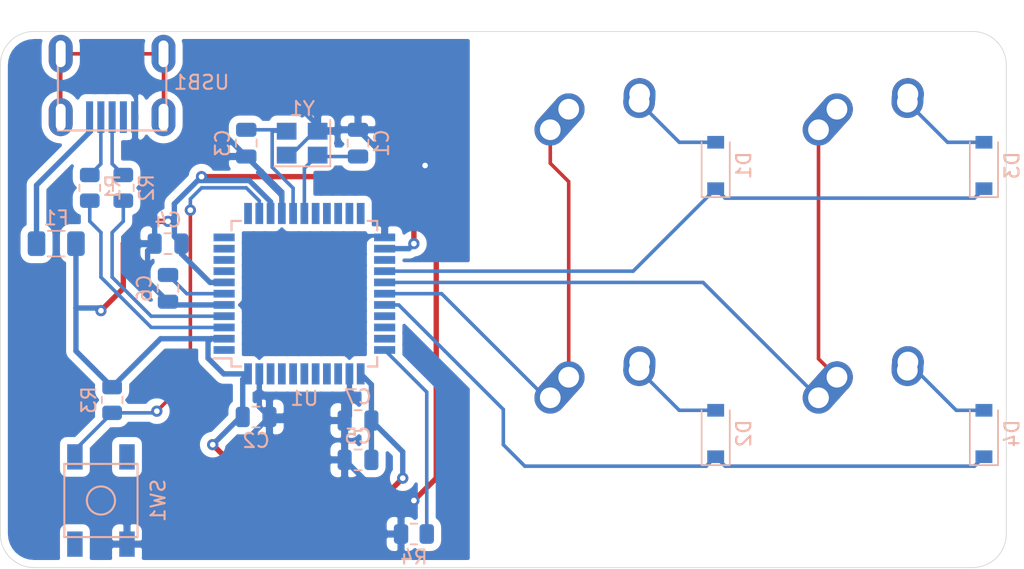
<source format=kicad_pcb>
(kicad_pcb (version 20171130) (host pcbnew "(5.1.10)-1")

  (general
    (thickness 1.6)
    (drawings 8)
    (tracks 180)
    (zones 0)
    (modules 25)
    (nets 45)
  )

  (page A4)
  (layers
    (0 F.Cu signal)
    (31 B.Cu signal)
    (32 B.Adhes user)
    (33 F.Adhes user)
    (34 B.Paste user)
    (35 F.Paste user)
    (36 B.SilkS user)
    (37 F.SilkS user)
    (38 B.Mask user)
    (39 F.Mask user)
    (40 Dwgs.User user)
    (41 Cmts.User user)
    (42 Eco1.User user)
    (43 Eco2.User user)
    (44 Edge.Cuts user)
    (45 Margin user)
    (46 B.CrtYd user)
    (47 F.CrtYd user)
    (48 B.Fab user)
    (49 F.Fab user)
  )

  (setup
    (last_trace_width 0.254)
    (trace_clearance 0.2)
    (zone_clearance 0.508)
    (zone_45_only no)
    (trace_min 0.2)
    (via_size 0.8)
    (via_drill 0.4)
    (via_min_size 0.4)
    (via_min_drill 0.3)
    (uvia_size 0.3)
    (uvia_drill 0.1)
    (uvias_allowed no)
    (uvia_min_size 0.2)
    (uvia_min_drill 0.1)
    (edge_width 0.05)
    (segment_width 0.2)
    (pcb_text_width 0.3)
    (pcb_text_size 1.5 1.5)
    (mod_edge_width 0.12)
    (mod_text_size 1 1)
    (mod_text_width 0.15)
    (pad_size 1.524 1.524)
    (pad_drill 0.762)
    (pad_to_mask_clearance 0)
    (aux_axis_origin 0 0)
    (visible_elements FFFFFF7F)
    (pcbplotparams
      (layerselection 0x010f0_ffffffff)
      (usegerberextensions true)
      (usegerberattributes true)
      (usegerberadvancedattributes true)
      (creategerberjobfile false)
      (excludeedgelayer true)
      (linewidth 0.100000)
      (plotframeref false)
      (viasonmask false)
      (mode 1)
      (useauxorigin false)
      (hpglpennumber 1)
      (hpglpenspeed 20)
      (hpglpendiameter 15.000000)
      (psnegative false)
      (psa4output false)
      (plotreference true)
      (plotvalue true)
      (plotinvisibletext false)
      (padsonsilk false)
      (subtractmaskfromsilk false)
      (outputformat 1)
      (mirror false)
      (drillshape 0)
      (scaleselection 1)
      (outputdirectory "Gerbers/"))
  )

  (net 0 "")
  (net 1 GND)
  (net 2 "Net-(C1-Pad1)")
  (net 3 +5V)
  (net 4 "Net-(C3-Pad1)")
  (net 5 "Net-(C6-Pad1)")
  (net 6 "Net-(D1-Pad2)")
  (net 7 ROW0)
  (net 8 "Net-(D2-Pad2)")
  (net 9 ROW1)
  (net 10 "Net-(D3-Pad2)")
  (net 11 "Net-(D4-Pad2)")
  (net 12 VCC)
  (net 13 COL0)
  (net 14 COL1)
  (net 15 D-)
  (net 16 "Net-(R1-Pad1)")
  (net 17 D+)
  (net 18 "Net-(R2-Pad1)")
  (net 19 "Net-(R3-Pad2)")
  (net 20 "Net-(R4-Pad2)")
  (net 21 "Net-(U1-Pad42)")
  (net 22 "Net-(U1-Pad41)")
  (net 23 "Net-(U1-Pad40)")
  (net 24 "Net-(U1-Pad39)")
  (net 25 "Net-(U1-Pad38)")
  (net 26 "Net-(U1-Pad37)")
  (net 27 "Net-(U1-Pad36)")
  (net 28 "Net-(U1-Pad32)")
  (net 29 "Net-(U1-Pad31)")
  (net 30 "Net-(U1-Pad30)")
  (net 31 "Net-(U1-Pad25)")
  (net 32 "Net-(U1-Pad22)")
  (net 33 "Net-(U1-Pad21)")
  (net 34 "Net-(U1-Pad20)")
  (net 35 "Net-(U1-Pad19)")
  (net 36 "Net-(U1-Pad18)")
  (net 37 "Net-(U1-Pad12)")
  (net 38 "Net-(U1-Pad11)")
  (net 39 "Net-(U1-Pad10)")
  (net 40 "Net-(U1-Pad9)")
  (net 41 "Net-(U1-Pad8)")
  (net 42 "Net-(U1-Pad1)")
  (net 43 "Net-(USB1-Pad6)")
  (net 44 "Net-(USB1-Pad2)")

  (net_class Default "This is the default net class."
    (clearance 0.2)
    (trace_width 0.254)
    (via_dia 0.8)
    (via_drill 0.4)
    (uvia_dia 0.3)
    (uvia_drill 0.1)
    (add_net COL0)
    (add_net COL1)
    (add_net D+)
    (add_net D-)
    (add_net "Net-(C1-Pad1)")
    (add_net "Net-(C3-Pad1)")
    (add_net "Net-(C6-Pad1)")
    (add_net "Net-(D1-Pad2)")
    (add_net "Net-(D2-Pad2)")
    (add_net "Net-(D3-Pad2)")
    (add_net "Net-(D4-Pad2)")
    (add_net "Net-(R1-Pad1)")
    (add_net "Net-(R2-Pad1)")
    (add_net "Net-(R3-Pad2)")
    (add_net "Net-(R4-Pad2)")
    (add_net "Net-(U1-Pad1)")
    (add_net "Net-(U1-Pad10)")
    (add_net "Net-(U1-Pad11)")
    (add_net "Net-(U1-Pad12)")
    (add_net "Net-(U1-Pad18)")
    (add_net "Net-(U1-Pad19)")
    (add_net "Net-(U1-Pad20)")
    (add_net "Net-(U1-Pad21)")
    (add_net "Net-(U1-Pad22)")
    (add_net "Net-(U1-Pad25)")
    (add_net "Net-(U1-Pad30)")
    (add_net "Net-(U1-Pad31)")
    (add_net "Net-(U1-Pad32)")
    (add_net "Net-(U1-Pad36)")
    (add_net "Net-(U1-Pad37)")
    (add_net "Net-(U1-Pad38)")
    (add_net "Net-(U1-Pad39)")
    (add_net "Net-(U1-Pad40)")
    (add_net "Net-(U1-Pad41)")
    (add_net "Net-(U1-Pad42)")
    (add_net "Net-(U1-Pad8)")
    (add_net "Net-(U1-Pad9)")
    (add_net "Net-(USB1-Pad2)")
    (add_net "Net-(USB1-Pad6)")
    (add_net ROW0)
    (add_net ROW1)
  )

  (net_class Power ""
    (clearance 0.2)
    (trace_width 0.381)
    (via_dia 0.8)
    (via_drill 0.4)
    (uvia_dia 0.3)
    (uvia_drill 0.1)
    (add_net +5V)
    (add_net GND)
    (add_net VCC)
  )

  (module random-keyboard-parts:Molex-0548190589 (layer B.Cu) (tedit 5C494815) (tstamp 6221EE24)
    (at 80.9625 132.55625 270)
    (path /6224FF43)
    (attr smd)
    (fp_text reference USB1 (at 2.032 -6.35) (layer B.SilkS)
      (effects (font (size 1 1) (thickness 0.15)) (justify mirror))
    )
    (fp_text value Molex-0548190589 (at -0.79375 -12.7) (layer Dwgs.User)
      (effects (font (size 1 1) (thickness 0.15)))
    )
    (fp_text user %R (at 0 -7.14375) (layer B.CrtYd)
      (effects (font (size 1 1) (thickness 0.15)) (justify mirror))
    )
    (fp_line (start -3.75 3.85) (end -3.75 -3.85) (layer Dwgs.User) (width 0.15))
    (fp_line (start -1.75 4.572) (end -1.75 -4.572) (layer Dwgs.User) (width 0.15))
    (fp_line (start -3.75 -3.85) (end 0 -3.85) (layer Dwgs.User) (width 0.15))
    (fp_line (start -3.75 3.85) (end 0 3.85) (layer Dwgs.User) (width 0.15))
    (fp_line (start 5.45 3.85) (end 5.45 -3.85) (layer B.SilkS) (width 0.15))
    (fp_line (start 0 -3.85) (end 5.45 -3.85) (layer B.SilkS) (width 0.15))
    (fp_line (start 0 3.85) (end 5.45 3.85) (layer B.SilkS) (width 0.15))
    (fp_line (start -3.75 3.75) (end 5.5 3.75) (layer B.CrtYd) (width 0.15))
    (fp_line (start 5.5 3.75) (end 5.5 -3.75) (layer B.CrtYd) (width 0.15))
    (fp_line (start 5.5 -3.75) (end -3.75 -3.75) (layer B.CrtYd) (width 0.15))
    (fp_line (start -3.75 -3.75) (end -3.75 3.75) (layer B.CrtYd) (width 0.15))
    (fp_line (start 5.5 2) (end 3.25 2) (layer B.CrtYd) (width 0.15))
    (fp_line (start 3.25 2) (end 3.25 -2) (layer B.CrtYd) (width 0.15))
    (fp_line (start 3.25 -2) (end 5.5 -2) (layer B.CrtYd) (width 0.15))
    (fp_line (start 5.5 -1.25) (end 3.25 -1.25) (layer B.CrtYd) (width 0.15))
    (fp_line (start 3.25 -0.5) (end 5.5 -0.5) (layer B.CrtYd) (width 0.15))
    (fp_line (start 5.5 0.5) (end 3.25 0.5) (layer B.CrtYd) (width 0.15))
    (fp_line (start 3.25 1.25) (end 5.5 1.25) (layer B.CrtYd) (width 0.15))
    (pad 6 thru_hole oval (at 0 3.65 270) (size 2.7 1.7) (drill oval 1.9 0.7) (layers *.Cu *.Mask)
      (net 43 "Net-(USB1-Pad6)"))
    (pad 6 thru_hole oval (at 0 -3.65 270) (size 2.7 1.7) (drill oval 1.9 0.7) (layers *.Cu *.Mask)
      (net 43 "Net-(USB1-Pad6)"))
    (pad 6 thru_hole oval (at 4.5 -3.65 270) (size 2.7 1.7) (drill oval 1.9 0.7) (layers *.Cu *.Mask)
      (net 43 "Net-(USB1-Pad6)"))
    (pad 6 thru_hole oval (at 4.5 3.65 270) (size 2.7 1.7) (drill oval 1.9 0.7) (layers *.Cu *.Mask)
      (net 43 "Net-(USB1-Pad6)"))
    (pad 5 smd rect (at 4.5 1.6 270) (size 2.25 0.5) (layers B.Cu B.Paste B.Mask)
      (net 12 VCC))
    (pad 4 smd rect (at 4.5 0.8 270) (size 2.25 0.5) (layers B.Cu B.Paste B.Mask)
      (net 15 D-))
    (pad 3 smd rect (at 4.5 0 270) (size 2.25 0.5) (layers B.Cu B.Paste B.Mask)
      (net 17 D+))
    (pad 2 smd rect (at 4.5 -0.8 270) (size 2.25 0.5) (layers B.Cu B.Paste B.Mask)
      (net 44 "Net-(USB1-Pad2)"))
    (pad 1 smd rect (at 4.5 -1.6 270) (size 2.25 0.5) (layers B.Cu B.Paste B.Mask)
      (net 1 GND))
  )

  (module random-keyboard-parts:artwork (layer F.Cu) (tedit 0) (tstamp 6221EB1A)
    (at 125.4125 165.1)
    (fp_text reference G*** (at 0 0) (layer F.SilkS) hide
      (effects (font (size 1.524 1.524) (thickness 0.3)))
    )
    (fp_text value LOGO (at 0.75 0) (layer F.SilkS) hide
      (effects (font (size 1.524 1.524) (thickness 0.3)))
    )
    (fp_poly (pts (xy 1.498623 -2.628466) (xy 1.595869 -2.612413) (xy 1.688061 -2.578505) (xy 1.776747 -2.525968)
      (xy 1.863478 -2.45403) (xy 1.879566 -2.4384) (xy 1.969387 -2.33539) (xy 2.046828 -2.218526)
      (xy 2.111912 -2.089841) (xy 2.16466 -1.951368) (xy 2.205094 -1.805138) (xy 2.233235 -1.653184)
      (xy 2.249105 -1.497538) (xy 2.252726 -1.340231) (xy 2.244118 -1.183297) (xy 2.223304 -1.028767)
      (xy 2.190306 -0.878674) (xy 2.145144 -0.73505) (xy 2.08784 -0.599927) (xy 2.018416 -0.475337)
      (xy 1.936894 -0.363312) (xy 1.856632 -0.278109) (xy 1.797038 -0.229704) (xy 1.72798 -0.185399)
      (xy 1.656646 -0.149316) (xy 1.591182 -0.125833) (xy 1.524315 -0.114518) (xy 1.448692 -0.112103)
      (xy 1.373123 -0.118311) (xy 1.306419 -0.132864) (xy 1.299892 -0.134999) (xy 1.199325 -0.179859)
      (xy 1.104824 -0.243265) (xy 1.017213 -0.32413) (xy 0.937322 -0.421367) (xy 0.865974 -0.533888)
      (xy 0.803998 -0.660607) (xy 0.752219 -0.800437) (xy 0.726726 -0.888883) (xy 0.691862 -1.057863)
      (xy 0.672463 -1.233927) (xy 0.668432 -1.412979) (xy 0.679672 -1.590921) (xy 0.706086 -1.763657)
      (xy 0.747576 -1.92709) (xy 0.751677 -1.940056) (xy 0.802664 -2.076871) (xy 0.863052 -2.200685)
      (xy 0.931892 -2.310621) (xy 1.008233 -2.405805) (xy 1.091126 -2.48536) (xy 1.179619 -2.548411)
      (xy 1.272763 -2.594082) (xy 1.369608 -2.621496) (xy 1.469202 -2.629779) (xy 1.498623 -2.628466)) (layer Eco2.User) (width 0.01))
    (fp_poly (pts (xy -1.5494 -2.625259) (xy -1.495379 -2.624377) (xy -1.45511 -2.621503) (xy -1.422053 -2.615652)
      (xy -1.389665 -2.605845) (xy -1.369314 -2.598233) (xy -1.268414 -2.548104) (xy -1.174397 -2.479572)
      (xy -1.087902 -2.393568) (xy -1.009567 -2.291025) (xy -0.940028 -2.172874) (xy -0.879924 -2.040049)
      (xy -0.829891 -1.89348) (xy -0.796035 -1.760061) (xy -0.782347 -1.680366) (xy -0.77206 -1.586175)
      (xy -0.765338 -1.48305) (xy -0.762343 -1.376554) (xy -0.763238 -1.272251) (xy -0.768187 -1.175703)
      (xy -0.776637 -1.09728) (xy -0.806639 -0.936987) (xy -0.848066 -0.787389) (xy -0.900212 -0.649591)
      (xy -0.962369 -0.524699) (xy -1.033832 -0.413822) (xy -1.113893 -0.318064) (xy -1.201846 -0.238533)
      (xy -1.296983 -0.176334) (xy -1.391333 -0.134999) (xy -1.47191 -0.11653) (xy -1.560423 -0.111724)
      (xy -1.6498 -0.120547) (xy -1.714806 -0.136621) (xy -1.810587 -0.178069) (xy -1.900778 -0.237691)
      (xy -1.984677 -0.313938) (xy -2.061579 -0.405259) (xy -2.130781 -0.510105) (xy -2.191578 -0.626927)
      (xy -2.243268 -0.754174) (xy -2.285145 -0.890296) (xy -2.316508 -1.033744) (xy -2.33665 -1.182969)
      (xy -2.34487 -1.33642) (xy -2.340462 -1.492547) (xy -2.339063 -1.511234) (xy -2.317199 -1.692536)
      (xy -2.28172 -1.861399) (xy -2.232914 -2.017098) (xy -2.171068 -2.158909) (xy -2.096469 -2.286106)
      (xy -2.009406 -2.397966) (xy -1.971007 -2.4384) (xy -1.897551 -2.504421) (xy -1.824366 -2.554936)
      (xy -1.745593 -2.593815) (xy -1.721431 -2.603256) (xy -1.688003 -2.614057) (xy -1.654108 -2.620793)
      (xy -1.61349 -2.624266) (xy -1.559894 -2.625274) (xy -1.5494 -2.625259)) (layer Eco2.User) (width 0.01))
    (fp_poly (pts (xy -3.387518 1.187426) (xy -3.335016 1.206728) (xy -3.289431 1.242311) (xy -3.25407 1.293433)
      (xy -3.249653 1.302845) (xy -3.129503 1.550388) (xy -2.994006 1.784624) (xy -2.843108 2.005626)
      (xy -2.676754 2.21347) (xy -2.494889 2.408229) (xy -2.30632 2.582385) (xy -2.101292 2.745315)
      (xy -1.884763 2.891859) (xy -1.65789 3.021528) (xy -1.421828 3.133833) (xy -1.177731 3.228286)
      (xy -0.926756 3.304398) (xy -0.670058 3.361681) (xy -0.408792 3.399645) (xy -0.362715 3.404264)
      (xy -0.302174 3.408322) (xy -0.226574 3.410886) (xy -0.139995 3.412033) (xy -0.046516 3.411842)
      (xy 0.049781 3.410392) (xy 0.144817 3.407761) (xy 0.234511 3.404027) (xy 0.314783 3.39927)
      (xy 0.381553 3.393567) (xy 0.41656 3.389278) (xy 0.686651 3.340067) (xy 0.948055 3.272572)
      (xy 1.200371 3.18703) (xy 1.4432 3.083678) (xy 1.676142 2.962752) (xy 1.898796 2.82449)
      (xy 2.110763 2.669128) (xy 2.311643 2.496903) (xy 2.501036 2.308052) (xy 2.678541 2.102812)
      (xy 2.754785 2.004703) (xy 2.858048 1.85738) (xy 2.958577 1.693602) (xy 3.057362 1.511723)
      (xy 3.090927 1.445065) (xy 3.127685 1.371542) (xy 3.157671 1.314269) (xy 3.182626 1.271042)
      (xy 3.204289 1.23966) (xy 3.224402 1.21792) (xy 3.244704 1.203622) (xy 3.266935 1.194562)
      (xy 3.292837 1.188538) (xy 3.293808 1.18836) (xy 3.355457 1.186211) (xy 3.41218 1.201245)
      (xy 3.460969 1.231059) (xy 3.498818 1.273249) (xy 3.52272 1.325413) (xy 3.529831 1.377002)
      (xy 3.528765 1.396513) (xy 3.52479 1.417637) (xy 3.516785 1.443251) (xy 3.503632 1.47623)
      (xy 3.484211 1.519453) (xy 3.457402 1.575797) (xy 3.432986 1.625922) (xy 3.306913 1.864306)
      (xy 3.169445 2.087206) (xy 3.018857 2.297009) (xy 2.853424 2.496102) (xy 2.671422 2.686874)
      (xy 2.654441 2.703454) (xy 2.443273 2.894754) (xy 2.222106 3.068461) (xy 1.991381 3.22437)
      (xy 1.751541 3.362273) (xy 1.503028 3.481964) (xy 1.246283 3.583236) (xy 0.981749 3.665882)
      (xy 0.709867 3.729695) (xy 0.43108 3.774469) (xy 0.343188 3.784465) (xy 0.291459 3.788549)
      (xy 0.22422 3.792013) (xy 0.145676 3.794806) (xy 0.060034 3.796877) (xy -0.028502 3.798173)
      (xy -0.115726 3.798643) (xy -0.197434 3.798236) (xy -0.26942 3.796899) (xy -0.327479 3.794581)
      (xy -0.35052 3.792991) (xy -0.633187 3.759229) (xy -0.909519 3.706382) (xy -1.178894 3.634745)
      (xy -1.440688 3.544612) (xy -1.69428 3.436277) (xy -1.939047 3.310034) (xy -2.174366 3.166177)
      (xy -2.399616 3.004999) (xy -2.614173 2.826796) (xy -2.817414 2.63186) (xy -2.824285 2.624769)
      (xy -3.000785 2.430341) (xy -3.160367 2.229211) (xy -3.305111 2.018383) (xy -3.437092 1.794862)
      (xy -3.54217 1.58979) (xy -3.578812 1.508645) (xy -3.603424 1.441428) (xy -3.616081 1.38575)
      (xy -3.616859 1.33922) (xy -3.605835 1.299446) (xy -3.583085 1.264038) (xy -3.553471 1.234631)
      (xy -3.500052 1.200636) (xy -3.443632 1.185148) (xy -3.387518 1.187426)) (layer Eco2.User) (width 0.01))
  )

  (module Crystal:Crystal_SMD_3225-4Pin_3.2x2.5mm (layer B.Cu) (tedit 5A0FD1B2) (tstamp 6221B1CD)
    (at 94.45625 138.90625 180)
    (descr "SMD Crystal SERIES SMD3225/4 http://www.txccrystal.com/images/pdf/7m-accuracy.pdf, 3.2x2.5mm^2 package")
    (tags "SMD SMT crystal")
    (path /622442FF)
    (attr smd)
    (fp_text reference Y1 (at 0 2.45) (layer B.SilkS)
      (effects (font (size 1 1) (thickness 0.15)) (justify mirror))
    )
    (fp_text value Crystal_GND24_Small (at 0 -2.45) (layer B.Fab)
      (effects (font (size 1 1) (thickness 0.15)) (justify mirror))
    )
    (fp_text user %R (at 0 0) (layer B.Fab)
      (effects (font (size 0.7 0.7) (thickness 0.105)) (justify mirror))
    )
    (fp_line (start -1.6 1.25) (end -1.6 -1.25) (layer B.Fab) (width 0.1))
    (fp_line (start -1.6 -1.25) (end 1.6 -1.25) (layer B.Fab) (width 0.1))
    (fp_line (start 1.6 -1.25) (end 1.6 1.25) (layer B.Fab) (width 0.1))
    (fp_line (start 1.6 1.25) (end -1.6 1.25) (layer B.Fab) (width 0.1))
    (fp_line (start -1.6 -0.25) (end -0.6 -1.25) (layer B.Fab) (width 0.1))
    (fp_line (start -2 1.65) (end -2 -1.65) (layer B.SilkS) (width 0.12))
    (fp_line (start -2 -1.65) (end 2 -1.65) (layer B.SilkS) (width 0.12))
    (fp_line (start -2.1 1.7) (end -2.1 -1.7) (layer B.CrtYd) (width 0.05))
    (fp_line (start -2.1 -1.7) (end 2.1 -1.7) (layer B.CrtYd) (width 0.05))
    (fp_line (start 2.1 -1.7) (end 2.1 1.7) (layer B.CrtYd) (width 0.05))
    (fp_line (start 2.1 1.7) (end -2.1 1.7) (layer B.CrtYd) (width 0.05))
    (pad 4 smd rect (at -1.1 0.85 180) (size 1.4 1.2) (layers B.Cu B.Paste B.Mask)
      (net 1 GND))
    (pad 3 smd rect (at 1.1 0.85 180) (size 1.4 1.2) (layers B.Cu B.Paste B.Mask)
      (net 4 "Net-(C3-Pad1)"))
    (pad 2 smd rect (at 1.1 -0.85 180) (size 1.4 1.2) (layers B.Cu B.Paste B.Mask)
      (net 1 GND))
    (pad 1 smd rect (at -1.1 -0.85 180) (size 1.4 1.2) (layers B.Cu B.Paste B.Mask)
      (net 2 "Net-(C1-Pad1)"))
    (model ${KISYS3DMOD}/Crystal.3dshapes/Crystal_SMD_3225-4Pin_3.2x2.5mm.wrl
      (at (xyz 0 0 0))
      (scale (xyz 1 1 1))
      (rotate (xyz 0 0 0))
    )
  )

  (module Package_QFP:TQFP-44_10x10mm_P0.8mm (layer B.Cu) (tedit 5A02F146) (tstamp 6221AAEF)
    (at 94.615 149.606)
    (descr "44-Lead Plastic Thin Quad Flatpack (PT) - 10x10x1.0 mm Body [TQFP] (see Microchip Packaging Specification 00000049BS.pdf)")
    (tags "QFP 0.8")
    (path /62235F56)
    (attr smd)
    (fp_text reference U1 (at 0 7.45) (layer B.SilkS)
      (effects (font (size 1 1) (thickness 0.15)) (justify mirror))
    )
    (fp_text value ATmega32U4-AU (at 0 -7.45) (layer B.Fab)
      (effects (font (size 1 1) (thickness 0.15)) (justify mirror))
    )
    (fp_text user %R (at 0 0) (layer B.Fab)
      (effects (font (size 1 1) (thickness 0.15)) (justify mirror))
    )
    (fp_line (start -4 5) (end 5 5) (layer B.Fab) (width 0.15))
    (fp_line (start 5 5) (end 5 -5) (layer B.Fab) (width 0.15))
    (fp_line (start 5 -5) (end -5 -5) (layer B.Fab) (width 0.15))
    (fp_line (start -5 -5) (end -5 4) (layer B.Fab) (width 0.15))
    (fp_line (start -5 4) (end -4 5) (layer B.Fab) (width 0.15))
    (fp_line (start -6.7 6.7) (end -6.7 -6.7) (layer B.CrtYd) (width 0.05))
    (fp_line (start 6.7 6.7) (end 6.7 -6.7) (layer B.CrtYd) (width 0.05))
    (fp_line (start -6.7 6.7) (end 6.7 6.7) (layer B.CrtYd) (width 0.05))
    (fp_line (start -6.7 -6.7) (end 6.7 -6.7) (layer B.CrtYd) (width 0.05))
    (fp_line (start -5.175 5.175) (end -5.175 4.6) (layer B.SilkS) (width 0.15))
    (fp_line (start 5.175 5.175) (end 5.175 4.5) (layer B.SilkS) (width 0.15))
    (fp_line (start 5.175 -5.175) (end 5.175 -4.5) (layer B.SilkS) (width 0.15))
    (fp_line (start -5.175 -5.175) (end -5.175 -4.5) (layer B.SilkS) (width 0.15))
    (fp_line (start -5.175 5.175) (end -4.5 5.175) (layer B.SilkS) (width 0.15))
    (fp_line (start -5.175 -5.175) (end -4.5 -5.175) (layer B.SilkS) (width 0.15))
    (fp_line (start 5.175 -5.175) (end 4.5 -5.175) (layer B.SilkS) (width 0.15))
    (fp_line (start 5.175 5.175) (end 4.5 5.175) (layer B.SilkS) (width 0.15))
    (fp_line (start -5.175 4.6) (end -6.45 4.6) (layer B.SilkS) (width 0.15))
    (pad 44 smd rect (at -4 5.7 270) (size 1.5 0.55) (layers B.Cu B.Paste B.Mask)
      (net 3 +5V))
    (pad 43 smd rect (at -3.2 5.7 270) (size 1.5 0.55) (layers B.Cu B.Paste B.Mask)
      (net 1 GND))
    (pad 42 smd rect (at -2.4 5.7 270) (size 1.5 0.55) (layers B.Cu B.Paste B.Mask)
      (net 21 "Net-(U1-Pad42)"))
    (pad 41 smd rect (at -1.6 5.7 270) (size 1.5 0.55) (layers B.Cu B.Paste B.Mask)
      (net 22 "Net-(U1-Pad41)"))
    (pad 40 smd rect (at -0.8 5.7 270) (size 1.5 0.55) (layers B.Cu B.Paste B.Mask)
      (net 23 "Net-(U1-Pad40)"))
    (pad 39 smd rect (at 0 5.7 270) (size 1.5 0.55) (layers B.Cu B.Paste B.Mask)
      (net 24 "Net-(U1-Pad39)"))
    (pad 38 smd rect (at 0.8 5.7 270) (size 1.5 0.55) (layers B.Cu B.Paste B.Mask)
      (net 25 "Net-(U1-Pad38)"))
    (pad 37 smd rect (at 1.6 5.7 270) (size 1.5 0.55) (layers B.Cu B.Paste B.Mask)
      (net 26 "Net-(U1-Pad37)"))
    (pad 36 smd rect (at 2.4 5.7 270) (size 1.5 0.55) (layers B.Cu B.Paste B.Mask)
      (net 27 "Net-(U1-Pad36)"))
    (pad 35 smd rect (at 3.2 5.7 270) (size 1.5 0.55) (layers B.Cu B.Paste B.Mask)
      (net 1 GND))
    (pad 34 smd rect (at 4 5.7 270) (size 1.5 0.55) (layers B.Cu B.Paste B.Mask)
      (net 3 +5V))
    (pad 33 smd rect (at 5.7 4) (size 1.5 0.55) (layers B.Cu B.Paste B.Mask)
      (net 20 "Net-(R4-Pad2)"))
    (pad 32 smd rect (at 5.7 3.2) (size 1.5 0.55) (layers B.Cu B.Paste B.Mask)
      (net 28 "Net-(U1-Pad32)"))
    (pad 31 smd rect (at 5.7 2.4) (size 1.5 0.55) (layers B.Cu B.Paste B.Mask)
      (net 29 "Net-(U1-Pad31)"))
    (pad 30 smd rect (at 5.7 1.6) (size 1.5 0.55) (layers B.Cu B.Paste B.Mask)
      (net 30 "Net-(U1-Pad30)"))
    (pad 29 smd rect (at 5.7 0.8) (size 1.5 0.55) (layers B.Cu B.Paste B.Mask)
      (net 9 ROW1))
    (pad 28 smd rect (at 5.7 0) (size 1.5 0.55) (layers B.Cu B.Paste B.Mask)
      (net 13 COL0))
    (pad 27 smd rect (at 5.7 -0.8) (size 1.5 0.55) (layers B.Cu B.Paste B.Mask)
      (net 14 COL1))
    (pad 26 smd rect (at 5.7 -1.6) (size 1.5 0.55) (layers B.Cu B.Paste B.Mask)
      (net 7 ROW0))
    (pad 25 smd rect (at 5.7 -2.4) (size 1.5 0.55) (layers B.Cu B.Paste B.Mask)
      (net 31 "Net-(U1-Pad25)"))
    (pad 24 smd rect (at 5.7 -3.2) (size 1.5 0.55) (layers B.Cu B.Paste B.Mask)
      (net 3 +5V))
    (pad 23 smd rect (at 5.7 -4) (size 1.5 0.55) (layers B.Cu B.Paste B.Mask)
      (net 1 GND))
    (pad 22 smd rect (at 4 -5.7 270) (size 1.5 0.55) (layers B.Cu B.Paste B.Mask)
      (net 32 "Net-(U1-Pad22)"))
    (pad 21 smd rect (at 3.2 -5.7 270) (size 1.5 0.55) (layers B.Cu B.Paste B.Mask)
      (net 33 "Net-(U1-Pad21)"))
    (pad 20 smd rect (at 2.4 -5.7 270) (size 1.5 0.55) (layers B.Cu B.Paste B.Mask)
      (net 34 "Net-(U1-Pad20)"))
    (pad 19 smd rect (at 1.6 -5.7 270) (size 1.5 0.55) (layers B.Cu B.Paste B.Mask)
      (net 35 "Net-(U1-Pad19)"))
    (pad 18 smd rect (at 0.8 -5.7 270) (size 1.5 0.55) (layers B.Cu B.Paste B.Mask)
      (net 36 "Net-(U1-Pad18)"))
    (pad 17 smd rect (at 0 -5.7 270) (size 1.5 0.55) (layers B.Cu B.Paste B.Mask)
      (net 2 "Net-(C1-Pad1)"))
    (pad 16 smd rect (at -0.8 -5.7 270) (size 1.5 0.55) (layers B.Cu B.Paste B.Mask)
      (net 4 "Net-(C3-Pad1)"))
    (pad 15 smd rect (at -1.6 -5.7 270) (size 1.5 0.55) (layers B.Cu B.Paste B.Mask)
      (net 1 GND))
    (pad 14 smd rect (at -2.4 -5.7 270) (size 1.5 0.55) (layers B.Cu B.Paste B.Mask)
      (net 3 +5V))
    (pad 13 smd rect (at -3.2 -5.7 270) (size 1.5 0.55) (layers B.Cu B.Paste B.Mask)
      (net 19 "Net-(R3-Pad2)"))
    (pad 12 smd rect (at -4 -5.7 270) (size 1.5 0.55) (layers B.Cu B.Paste B.Mask)
      (net 37 "Net-(U1-Pad12)"))
    (pad 11 smd rect (at -5.7 -4) (size 1.5 0.55) (layers B.Cu B.Paste B.Mask)
      (net 38 "Net-(U1-Pad11)"))
    (pad 10 smd rect (at -5.7 -3.2) (size 1.5 0.55) (layers B.Cu B.Paste B.Mask)
      (net 39 "Net-(U1-Pad10)"))
    (pad 9 smd rect (at -5.7 -2.4) (size 1.5 0.55) (layers B.Cu B.Paste B.Mask)
      (net 40 "Net-(U1-Pad9)"))
    (pad 8 smd rect (at -5.7 -1.6) (size 1.5 0.55) (layers B.Cu B.Paste B.Mask)
      (net 41 "Net-(U1-Pad8)"))
    (pad 7 smd rect (at -5.7 -0.8) (size 1.5 0.55) (layers B.Cu B.Paste B.Mask)
      (net 3 +5V))
    (pad 6 smd rect (at -5.7 0) (size 1.5 0.55) (layers B.Cu B.Paste B.Mask)
      (net 5 "Net-(C6-Pad1)"))
    (pad 5 smd rect (at -5.7 0.8) (size 1.5 0.55) (layers B.Cu B.Paste B.Mask)
      (net 1 GND))
    (pad 4 smd rect (at -5.7 1.6) (size 1.5 0.55) (layers B.Cu B.Paste B.Mask)
      (net 18 "Net-(R2-Pad1)"))
    (pad 3 smd rect (at -5.7 2.4) (size 1.5 0.55) (layers B.Cu B.Paste B.Mask)
      (net 16 "Net-(R1-Pad1)"))
    (pad 2 smd rect (at -5.7 3.2) (size 1.5 0.55) (layers B.Cu B.Paste B.Mask)
      (net 3 +5V))
    (pad 1 smd rect (at -5.7 4) (size 1.5 0.55) (layers B.Cu B.Paste B.Mask)
      (net 42 "Net-(U1-Pad1)"))
    (model ${KISYS3DMOD}/Package_QFP.3dshapes/TQFP-44_10x10mm_P0.8mm.wrl
      (at (xyz 0 0 0))
      (scale (xyz 1 1 1))
      (rotate (xyz 0 0 0))
    )
  )

  (module random-keyboard-parts:SKQG-1155865 (layer B.Cu) (tedit 5E62B398) (tstamp 6221AAAC)
    (at 80.16875 164.30625 270)
    (path /6224C0CC)
    (attr smd)
    (fp_text reference SW1 (at 0 -4.064 90) (layer B.SilkS)
      (effects (font (size 1 1) (thickness 0.15)) (justify mirror))
    )
    (fp_text value SW_Push (at 0 4.064 90) (layer B.Fab)
      (effects (font (size 1 1) (thickness 0.15)) (justify mirror))
    )
    (fp_line (start -2.6 -1.1) (end -1.1 -2.6) (layer B.Fab) (width 0.15))
    (fp_line (start 2.6 -1.1) (end 1.1 -2.6) (layer B.Fab) (width 0.15))
    (fp_line (start 2.6 1.1) (end 1.1 2.6) (layer B.Fab) (width 0.15))
    (fp_line (start -2.6 1.1) (end -1.1 2.6) (layer B.Fab) (width 0.15))
    (fp_circle (center 0 0) (end 1 0) (layer B.Fab) (width 0.15))
    (fp_line (start -4.2 1.1) (end -4.2 2.6) (layer B.Fab) (width 0.15))
    (fp_line (start -2.6 1.1) (end -4.2 1.1) (layer B.Fab) (width 0.15))
    (fp_line (start -2.6 -1.1) (end -2.6 1.1) (layer B.Fab) (width 0.15))
    (fp_line (start -4.2 -1.1) (end -2.6 -1.1) (layer B.Fab) (width 0.15))
    (fp_line (start -4.2 -2.6) (end -4.2 -1.1) (layer B.Fab) (width 0.15))
    (fp_line (start 4.2 -2.6) (end -4.2 -2.6) (layer B.Fab) (width 0.15))
    (fp_line (start 4.2 -1.1) (end 4.2 -2.6) (layer B.Fab) (width 0.15))
    (fp_line (start 2.6 -1.1) (end 4.2 -1.1) (layer B.Fab) (width 0.15))
    (fp_line (start 2.6 1.1) (end 2.6 -1.1) (layer B.Fab) (width 0.15))
    (fp_line (start 4.2 1.1) (end 2.6 1.1) (layer B.Fab) (width 0.15))
    (fp_line (start 4.2 2.6) (end 4.2 1.2) (layer B.Fab) (width 0.15))
    (fp_line (start -4.2 2.6) (end 4.2 2.6) (layer B.Fab) (width 0.15))
    (fp_circle (center 0 0) (end 1 0) (layer B.SilkS) (width 0.15))
    (fp_line (start -2.6 -2.6) (end -2.6 2.6) (layer B.SilkS) (width 0.15))
    (fp_line (start 2.6 -2.6) (end -2.6 -2.6) (layer B.SilkS) (width 0.15))
    (fp_line (start 2.6 2.6) (end 2.6 -2.6) (layer B.SilkS) (width 0.15))
    (fp_line (start -2.6 2.6) (end 2.6 2.6) (layer B.SilkS) (width 0.15))
    (pad 4 smd rect (at -3.1 -1.85 270) (size 1.8 1.1) (layers B.Cu B.Paste B.Mask))
    (pad 3 smd rect (at 3.1 1.85 270) (size 1.8 1.1) (layers B.Cu B.Paste B.Mask))
    (pad 2 smd rect (at -3.1 1.85 270) (size 1.8 1.1) (layers B.Cu B.Paste B.Mask)
      (net 19 "Net-(R3-Pad2)"))
    (pad 1 smd rect (at 3.1 -1.85 270) (size 1.8 1.1) (layers B.Cu B.Paste B.Mask)
      (net 1 GND))
    (model ${KISYS3DMOD}/Button_Switch_SMD.3dshapes/SW_SPST_TL3342.step
      (at (xyz 0 0 0))
      (scale (xyz 1 1 1))
      (rotate (xyz 0 0 0))
    )
  )

  (module Resistor_SMD:R_0805_2012Metric (layer B.Cu) (tedit 5F68FEEE) (tstamp 6221AA8E)
    (at 102.39375 166.6875)
    (descr "Resistor SMD 0805 (2012 Metric), square (rectangular) end terminal, IPC_7351 nominal, (Body size source: IPC-SM-782 page 72, https://www.pcb-3d.com/wordpress/wp-content/uploads/ipc-sm-782a_amendment_1_and_2.pdf), generated with kicad-footprint-generator")
    (tags resistor)
    (path /622398B1)
    (attr smd)
    (fp_text reference R4 (at 0 1.65 180) (layer B.SilkS)
      (effects (font (size 1 1) (thickness 0.15)) (justify mirror))
    )
    (fp_text value 10k (at 0 -1.65 180) (layer B.Fab)
      (effects (font (size 1 1) (thickness 0.15)) (justify mirror))
    )
    (fp_text user %R (at 0 0 180) (layer B.Fab)
      (effects (font (size 0.5 0.5) (thickness 0.08)) (justify mirror))
    )
    (fp_line (start -1 -0.625) (end -1 0.625) (layer B.Fab) (width 0.1))
    (fp_line (start -1 0.625) (end 1 0.625) (layer B.Fab) (width 0.1))
    (fp_line (start 1 0.625) (end 1 -0.625) (layer B.Fab) (width 0.1))
    (fp_line (start 1 -0.625) (end -1 -0.625) (layer B.Fab) (width 0.1))
    (fp_line (start -0.227064 0.735) (end 0.227064 0.735) (layer B.SilkS) (width 0.12))
    (fp_line (start -0.227064 -0.735) (end 0.227064 -0.735) (layer B.SilkS) (width 0.12))
    (fp_line (start -1.68 -0.95) (end -1.68 0.95) (layer B.CrtYd) (width 0.05))
    (fp_line (start -1.68 0.95) (end 1.68 0.95) (layer B.CrtYd) (width 0.05))
    (fp_line (start 1.68 0.95) (end 1.68 -0.95) (layer B.CrtYd) (width 0.05))
    (fp_line (start 1.68 -0.95) (end -1.68 -0.95) (layer B.CrtYd) (width 0.05))
    (pad 2 smd roundrect (at 0.9125 0) (size 1.025 1.4) (layers B.Cu B.Paste B.Mask) (roundrect_rratio 0.2439014634146341)
      (net 20 "Net-(R4-Pad2)"))
    (pad 1 smd roundrect (at -0.9125 0) (size 1.025 1.4) (layers B.Cu B.Paste B.Mask) (roundrect_rratio 0.2439014634146341)
      (net 1 GND))
    (model ${KISYS3DMOD}/Resistor_SMD.3dshapes/R_0805_2012Metric.wrl
      (at (xyz 0 0 0))
      (scale (xyz 1 1 1))
      (rotate (xyz 0 0 0))
    )
  )

  (module Resistor_SMD:R_0805_2012Metric (layer B.Cu) (tedit 5F68FEEE) (tstamp 6221AA7D)
    (at 80.9625 157.1625 270)
    (descr "Resistor SMD 0805 (2012 Metric), square (rectangular) end terminal, IPC_7351 nominal, (Body size source: IPC-SM-782 page 72, https://www.pcb-3d.com/wordpress/wp-content/uploads/ipc-sm-782a_amendment_1_and_2.pdf), generated with kicad-footprint-generator")
    (tags resistor)
    (path /6224D5C1)
    (attr smd)
    (fp_text reference R3 (at 0 1.65 90) (layer B.SilkS)
      (effects (font (size 1 1) (thickness 0.15)) (justify mirror))
    )
    (fp_text value 10k (at 0 -1.65 90) (layer B.Fab)
      (effects (font (size 1 1) (thickness 0.15)) (justify mirror))
    )
    (fp_text user %R (at 0 0 90) (layer B.Fab)
      (effects (font (size 0.5 0.5) (thickness 0.08)) (justify mirror))
    )
    (fp_line (start -1 -0.625) (end -1 0.625) (layer B.Fab) (width 0.1))
    (fp_line (start -1 0.625) (end 1 0.625) (layer B.Fab) (width 0.1))
    (fp_line (start 1 0.625) (end 1 -0.625) (layer B.Fab) (width 0.1))
    (fp_line (start 1 -0.625) (end -1 -0.625) (layer B.Fab) (width 0.1))
    (fp_line (start -0.227064 0.735) (end 0.227064 0.735) (layer B.SilkS) (width 0.12))
    (fp_line (start -0.227064 -0.735) (end 0.227064 -0.735) (layer B.SilkS) (width 0.12))
    (fp_line (start -1.68 -0.95) (end -1.68 0.95) (layer B.CrtYd) (width 0.05))
    (fp_line (start -1.68 0.95) (end 1.68 0.95) (layer B.CrtYd) (width 0.05))
    (fp_line (start 1.68 0.95) (end 1.68 -0.95) (layer B.CrtYd) (width 0.05))
    (fp_line (start 1.68 -0.95) (end -1.68 -0.95) (layer B.CrtYd) (width 0.05))
    (pad 2 smd roundrect (at 0.9125 0 270) (size 1.025 1.4) (layers B.Cu B.Paste B.Mask) (roundrect_rratio 0.2439014634146341)
      (net 19 "Net-(R3-Pad2)"))
    (pad 1 smd roundrect (at -0.9125 0 270) (size 1.025 1.4) (layers B.Cu B.Paste B.Mask) (roundrect_rratio 0.2439014634146341)
      (net 3 +5V))
    (model ${KISYS3DMOD}/Resistor_SMD.3dshapes/R_0805_2012Metric.wrl
      (at (xyz 0 0 0))
      (scale (xyz 1 1 1))
      (rotate (xyz 0 0 0))
    )
  )

  (module Resistor_SMD:R_0805_2012Metric (layer B.Cu) (tedit 5F68FEEE) (tstamp 6221AA6C)
    (at 81.75625 142.08125 90)
    (descr "Resistor SMD 0805 (2012 Metric), square (rectangular) end terminal, IPC_7351 nominal, (Body size source: IPC-SM-782 page 72, https://www.pcb-3d.com/wordpress/wp-content/uploads/ipc-sm-782a_amendment_1_and_2.pdf), generated with kicad-footprint-generator")
    (tags resistor)
    (path /6223AD01)
    (attr smd)
    (fp_text reference R2 (at 0 1.65 270) (layer B.SilkS)
      (effects (font (size 1 1) (thickness 0.15)) (justify mirror))
    )
    (fp_text value 22 (at 0 -1.65 270) (layer B.Fab)
      (effects (font (size 1 1) (thickness 0.15)) (justify mirror))
    )
    (fp_text user %R (at 0 0 270) (layer B.Fab)
      (effects (font (size 0.5 0.5) (thickness 0.08)) (justify mirror))
    )
    (fp_line (start -1 -0.625) (end -1 0.625) (layer B.Fab) (width 0.1))
    (fp_line (start -1 0.625) (end 1 0.625) (layer B.Fab) (width 0.1))
    (fp_line (start 1 0.625) (end 1 -0.625) (layer B.Fab) (width 0.1))
    (fp_line (start 1 -0.625) (end -1 -0.625) (layer B.Fab) (width 0.1))
    (fp_line (start -0.227064 0.735) (end 0.227064 0.735) (layer B.SilkS) (width 0.12))
    (fp_line (start -0.227064 -0.735) (end 0.227064 -0.735) (layer B.SilkS) (width 0.12))
    (fp_line (start -1.68 -0.95) (end -1.68 0.95) (layer B.CrtYd) (width 0.05))
    (fp_line (start -1.68 0.95) (end 1.68 0.95) (layer B.CrtYd) (width 0.05))
    (fp_line (start 1.68 0.95) (end 1.68 -0.95) (layer B.CrtYd) (width 0.05))
    (fp_line (start 1.68 -0.95) (end -1.68 -0.95) (layer B.CrtYd) (width 0.05))
    (pad 2 smd roundrect (at 0.9125 0 90) (size 1.025 1.4) (layers B.Cu B.Paste B.Mask) (roundrect_rratio 0.2439014634146341)
      (net 17 D+))
    (pad 1 smd roundrect (at -0.9125 0 90) (size 1.025 1.4) (layers B.Cu B.Paste B.Mask) (roundrect_rratio 0.2439014634146341)
      (net 18 "Net-(R2-Pad1)"))
    (model ${KISYS3DMOD}/Resistor_SMD.3dshapes/R_0805_2012Metric.wrl
      (at (xyz 0 0 0))
      (scale (xyz 1 1 1))
      (rotate (xyz 0 0 0))
    )
  )

  (module Resistor_SMD:R_0805_2012Metric (layer B.Cu) (tedit 5F68FEEE) (tstamp 6221C0BE)
    (at 79.375 142.08125 90)
    (descr "Resistor SMD 0805 (2012 Metric), square (rectangular) end terminal, IPC_7351 nominal, (Body size source: IPC-SM-782 page 72, https://www.pcb-3d.com/wordpress/wp-content/uploads/ipc-sm-782a_amendment_1_and_2.pdf), generated with kicad-footprint-generator")
    (tags resistor)
    (path /6223C54E)
    (attr smd)
    (fp_text reference R1 (at 0 1.65 270) (layer B.SilkS)
      (effects (font (size 1 1) (thickness 0.15)) (justify mirror))
    )
    (fp_text value 22 (at 0 -1.65 270) (layer B.Fab)
      (effects (font (size 1 1) (thickness 0.15)) (justify mirror))
    )
    (fp_text user %R (at 0 0 270) (layer B.Fab)
      (effects (font (size 0.5 0.5) (thickness 0.08)) (justify mirror))
    )
    (fp_line (start -1 -0.625) (end -1 0.625) (layer B.Fab) (width 0.1))
    (fp_line (start -1 0.625) (end 1 0.625) (layer B.Fab) (width 0.1))
    (fp_line (start 1 0.625) (end 1 -0.625) (layer B.Fab) (width 0.1))
    (fp_line (start 1 -0.625) (end -1 -0.625) (layer B.Fab) (width 0.1))
    (fp_line (start -0.227064 0.735) (end 0.227064 0.735) (layer B.SilkS) (width 0.12))
    (fp_line (start -0.227064 -0.735) (end 0.227064 -0.735) (layer B.SilkS) (width 0.12))
    (fp_line (start -1.68 -0.95) (end -1.68 0.95) (layer B.CrtYd) (width 0.05))
    (fp_line (start -1.68 0.95) (end 1.68 0.95) (layer B.CrtYd) (width 0.05))
    (fp_line (start 1.68 0.95) (end 1.68 -0.95) (layer B.CrtYd) (width 0.05))
    (fp_line (start 1.68 -0.95) (end -1.68 -0.95) (layer B.CrtYd) (width 0.05))
    (pad 2 smd roundrect (at 0.9125 0 90) (size 1.025 1.4) (layers B.Cu B.Paste B.Mask) (roundrect_rratio 0.2439014634146341)
      (net 15 D-))
    (pad 1 smd roundrect (at -0.9125 0 90) (size 1.025 1.4) (layers B.Cu B.Paste B.Mask) (roundrect_rratio 0.2439014634146341)
      (net 16 "Net-(R1-Pad1)"))
    (model ${KISYS3DMOD}/Resistor_SMD.3dshapes/R_0805_2012Metric.wrl
      (at (xyz 0 0 0))
      (scale (xyz 1 1 1))
      (rotate (xyz 0 0 0))
    )
  )

  (module MX_Alps_Hybrid:MX-1U-NoLED (layer F.Cu) (tedit 5A9F5203) (tstamp 6221B026)
    (at 134.9375 159.54375)
    (path /62260D79)
    (fp_text reference MX4 (at 0 3.175) (layer Dwgs.User)
      (effects (font (size 1 1) (thickness 0.15)))
    )
    (fp_text value MX-NoLED (at 0 -7.9375) (layer Dwgs.User)
      (effects (font (size 1 1) (thickness 0.15)))
    )
    (fp_line (start 5 -7) (end 7 -7) (layer Dwgs.User) (width 0.15))
    (fp_line (start 7 -7) (end 7 -5) (layer Dwgs.User) (width 0.15))
    (fp_line (start 5 7) (end 7 7) (layer Dwgs.User) (width 0.15))
    (fp_line (start 7 7) (end 7 5) (layer Dwgs.User) (width 0.15))
    (fp_line (start -7 5) (end -7 7) (layer Dwgs.User) (width 0.15))
    (fp_line (start -7 7) (end -5 7) (layer Dwgs.User) (width 0.15))
    (fp_line (start -5 -7) (end -7 -7) (layer Dwgs.User) (width 0.15))
    (fp_line (start -7 -7) (end -7 -5) (layer Dwgs.User) (width 0.15))
    (fp_line (start -9.525 -9.525) (end 9.525 -9.525) (layer Dwgs.User) (width 0.15))
    (fp_line (start 9.525 -9.525) (end 9.525 9.525) (layer Dwgs.User) (width 0.15))
    (fp_line (start 9.525 9.525) (end -9.525 9.525) (layer Dwgs.User) (width 0.15))
    (fp_line (start -9.525 9.525) (end -9.525 -9.525) (layer Dwgs.User) (width 0.15))
    (pad "" np_thru_hole circle (at 5.08 0 48.0996) (size 1.75 1.75) (drill 1.75) (layers *.Cu *.Mask))
    (pad "" np_thru_hole circle (at -5.08 0 48.0996) (size 1.75 1.75) (drill 1.75) (layers *.Cu *.Mask))
    (pad 1 thru_hole circle (at -2.5 -4) (size 2.25 2.25) (drill 1.47) (layers *.Cu B.Mask)
      (net 14 COL1))
    (pad "" np_thru_hole circle (at 0 0) (size 3.9878 3.9878) (drill 3.9878) (layers *.Cu *.Mask))
    (pad 1 thru_hole oval (at -3.81 -2.54 48.0996) (size 4.211556 2.25) (drill 1.47 (offset 0.980778 0)) (layers *.Cu B.Mask)
      (net 14 COL1))
    (pad 2 thru_hole circle (at 2.54 -5.08) (size 2.25 2.25) (drill 1.47) (layers *.Cu B.Mask)
      (net 11 "Net-(D4-Pad2)"))
    (pad 2 thru_hole oval (at 2.5 -4.5 86.0548) (size 2.831378 2.25) (drill 1.47 (offset 0.290689 0)) (layers *.Cu B.Mask)
      (net 11 "Net-(D4-Pad2)"))
  )

  (module MX_Alps_Hybrid:MX-1U-NoLED (layer F.Cu) (tedit 5A9F5203) (tstamp 6221AA33)
    (at 134.9375 140.49375)
    (path /6225DB02)
    (fp_text reference MX3 (at 0 3.175) (layer Dwgs.User)
      (effects (font (size 1 1) (thickness 0.15)))
    )
    (fp_text value MX-NoLED (at 0 -7.9375) (layer Dwgs.User)
      (effects (font (size 1 1) (thickness 0.15)))
    )
    (fp_line (start 5 -7) (end 7 -7) (layer Dwgs.User) (width 0.15))
    (fp_line (start 7 -7) (end 7 -5) (layer Dwgs.User) (width 0.15))
    (fp_line (start 5 7) (end 7 7) (layer Dwgs.User) (width 0.15))
    (fp_line (start 7 7) (end 7 5) (layer Dwgs.User) (width 0.15))
    (fp_line (start -7 5) (end -7 7) (layer Dwgs.User) (width 0.15))
    (fp_line (start -7 7) (end -5 7) (layer Dwgs.User) (width 0.15))
    (fp_line (start -5 -7) (end -7 -7) (layer Dwgs.User) (width 0.15))
    (fp_line (start -7 -7) (end -7 -5) (layer Dwgs.User) (width 0.15))
    (fp_line (start -9.525 -9.525) (end 9.525 -9.525) (layer Dwgs.User) (width 0.15))
    (fp_line (start 9.525 -9.525) (end 9.525 9.525) (layer Dwgs.User) (width 0.15))
    (fp_line (start 9.525 9.525) (end -9.525 9.525) (layer Dwgs.User) (width 0.15))
    (fp_line (start -9.525 9.525) (end -9.525 -9.525) (layer Dwgs.User) (width 0.15))
    (pad "" np_thru_hole circle (at 5.08 0 48.0996) (size 1.75 1.75) (drill 1.75) (layers *.Cu *.Mask))
    (pad "" np_thru_hole circle (at -5.08 0 48.0996) (size 1.75 1.75) (drill 1.75) (layers *.Cu *.Mask))
    (pad 1 thru_hole circle (at -2.5 -4) (size 2.25 2.25) (drill 1.47) (layers *.Cu B.Mask)
      (net 14 COL1))
    (pad "" np_thru_hole circle (at 0 0) (size 3.9878 3.9878) (drill 3.9878) (layers *.Cu *.Mask))
    (pad 1 thru_hole oval (at -3.81 -2.54 48.0996) (size 4.211556 2.25) (drill 1.47 (offset 0.980778 0)) (layers *.Cu B.Mask)
      (net 14 COL1))
    (pad 2 thru_hole circle (at 2.54 -5.08) (size 2.25 2.25) (drill 1.47) (layers *.Cu B.Mask)
      (net 10 "Net-(D3-Pad2)"))
    (pad 2 thru_hole oval (at 2.5 -4.5 86.0548) (size 2.831378 2.25) (drill 1.47 (offset 0.290689 0)) (layers *.Cu B.Mask)
      (net 10 "Net-(D3-Pad2)"))
  )

  (module MX_Alps_Hybrid:MX-1U-NoLED (layer F.Cu) (tedit 5A9F5203) (tstamp 6221F04D)
    (at 115.8875 159.54375)
    (path /6225FB46)
    (fp_text reference MX2 (at 0 3.175) (layer Dwgs.User)
      (effects (font (size 1 1) (thickness 0.15)))
    )
    (fp_text value MX-NoLED (at 0 -7.9375) (layer Dwgs.User)
      (effects (font (size 1 1) (thickness 0.15)))
    )
    (fp_line (start 5 -7) (end 7 -7) (layer Dwgs.User) (width 0.15))
    (fp_line (start 7 -7) (end 7 -5) (layer Dwgs.User) (width 0.15))
    (fp_line (start 5 7) (end 7 7) (layer Dwgs.User) (width 0.15))
    (fp_line (start 7 7) (end 7 5) (layer Dwgs.User) (width 0.15))
    (fp_line (start -7 5) (end -7 7) (layer Dwgs.User) (width 0.15))
    (fp_line (start -7 7) (end -5 7) (layer Dwgs.User) (width 0.15))
    (fp_line (start -5 -7) (end -7 -7) (layer Dwgs.User) (width 0.15))
    (fp_line (start -7 -7) (end -7 -5) (layer Dwgs.User) (width 0.15))
    (fp_line (start -9.525 -9.525) (end 9.525 -9.525) (layer Dwgs.User) (width 0.15))
    (fp_line (start 9.525 -9.525) (end 9.525 9.525) (layer Dwgs.User) (width 0.15))
    (fp_line (start 9.525 9.525) (end -9.525 9.525) (layer Dwgs.User) (width 0.15))
    (fp_line (start -9.525 9.525) (end -9.525 -9.525) (layer Dwgs.User) (width 0.15))
    (pad "" np_thru_hole circle (at 5.08 0 48.0996) (size 1.75 1.75) (drill 1.75) (layers *.Cu *.Mask))
    (pad "" np_thru_hole circle (at -5.08 0 48.0996) (size 1.75 1.75) (drill 1.75) (layers *.Cu *.Mask))
    (pad 1 thru_hole circle (at -2.5 -4) (size 2.25 2.25) (drill 1.47) (layers *.Cu B.Mask)
      (net 13 COL0))
    (pad "" np_thru_hole circle (at 0 0) (size 3.9878 3.9878) (drill 3.9878) (layers *.Cu *.Mask))
    (pad 1 thru_hole oval (at -3.81 -2.54 48.0996) (size 4.211556 2.25) (drill 1.47 (offset 0.980778 0)) (layers *.Cu B.Mask)
      (net 13 COL0))
    (pad 2 thru_hole circle (at 2.54 -5.08) (size 2.25 2.25) (drill 1.47) (layers *.Cu B.Mask)
      (net 8 "Net-(D2-Pad2)"))
    (pad 2 thru_hole oval (at 2.5 -4.5 86.0548) (size 2.831378 2.25) (drill 1.47 (offset 0.290689 0)) (layers *.Cu B.Mask)
      (net 8 "Net-(D2-Pad2)"))
  )

  (module MX_Alps_Hybrid:MX-1U-NoLED (layer F.Cu) (tedit 5A9F5203) (tstamp 6221AA05)
    (at 115.8875 140.49375)
    (path /6225A5A8)
    (fp_text reference MX1 (at 0 3.175) (layer Dwgs.User)
      (effects (font (size 1 1) (thickness 0.15)))
    )
    (fp_text value MX-NoLED (at 0 -7.9375) (layer Dwgs.User)
      (effects (font (size 1 1) (thickness 0.15)))
    )
    (fp_line (start 5 -7) (end 7 -7) (layer Dwgs.User) (width 0.15))
    (fp_line (start 7 -7) (end 7 -5) (layer Dwgs.User) (width 0.15))
    (fp_line (start 5 7) (end 7 7) (layer Dwgs.User) (width 0.15))
    (fp_line (start 7 7) (end 7 5) (layer Dwgs.User) (width 0.15))
    (fp_line (start -7 5) (end -7 7) (layer Dwgs.User) (width 0.15))
    (fp_line (start -7 7) (end -5 7) (layer Dwgs.User) (width 0.15))
    (fp_line (start -5 -7) (end -7 -7) (layer Dwgs.User) (width 0.15))
    (fp_line (start -7 -7) (end -7 -5) (layer Dwgs.User) (width 0.15))
    (fp_line (start -9.525 -9.525) (end 9.525 -9.525) (layer Dwgs.User) (width 0.15))
    (fp_line (start 9.525 -9.525) (end 9.525 9.525) (layer Dwgs.User) (width 0.15))
    (fp_line (start 9.525 9.525) (end -9.525 9.525) (layer Dwgs.User) (width 0.15))
    (fp_line (start -9.525 9.525) (end -9.525 -9.525) (layer Dwgs.User) (width 0.15))
    (pad "" np_thru_hole circle (at 5.08 0 48.0996) (size 1.75 1.75) (drill 1.75) (layers *.Cu *.Mask))
    (pad "" np_thru_hole circle (at -5.08 0 48.0996) (size 1.75 1.75) (drill 1.75) (layers *.Cu *.Mask))
    (pad 1 thru_hole circle (at -2.5 -4) (size 2.25 2.25) (drill 1.47) (layers *.Cu B.Mask)
      (net 13 COL0))
    (pad "" np_thru_hole circle (at 0 0) (size 3.9878 3.9878) (drill 3.9878) (layers *.Cu *.Mask))
    (pad 1 thru_hole oval (at -3.81 -2.54 48.0996) (size 4.211556 2.25) (drill 1.47 (offset 0.980778 0)) (layers *.Cu B.Mask)
      (net 13 COL0))
    (pad 2 thru_hole circle (at 2.54 -5.08) (size 2.25 2.25) (drill 1.47) (layers *.Cu B.Mask)
      (net 6 "Net-(D1-Pad2)"))
    (pad 2 thru_hole oval (at 2.5 -4.5 86.0548) (size 2.831378 2.25) (drill 1.47 (offset 0.290689 0)) (layers *.Cu B.Mask)
      (net 6 "Net-(D1-Pad2)"))
  )

  (module Fuse:Fuse_1206_3216Metric (layer B.Cu) (tedit 5F68FEF1) (tstamp 6221A9EE)
    (at 76.99375 146.05 180)
    (descr "Fuse SMD 1206 (3216 Metric), square (rectangular) end terminal, IPC_7351 nominal, (Body size source: http://www.tortai-tech.com/upload/download/2011102023233369053.pdf), generated with kicad-footprint-generator")
    (tags fuse)
    (path /622532DF)
    (attr smd)
    (fp_text reference F1 (at 0 1.82) (layer B.SilkS)
      (effects (font (size 1 1) (thickness 0.15)) (justify mirror))
    )
    (fp_text value 500mA (at 0 -1.82) (layer B.Fab)
      (effects (font (size 1 1) (thickness 0.15)) (justify mirror))
    )
    (fp_text user %R (at 0 0) (layer B.Fab)
      (effects (font (size 0.8 0.8) (thickness 0.12)) (justify mirror))
    )
    (fp_line (start -1.6 -0.8) (end -1.6 0.8) (layer B.Fab) (width 0.1))
    (fp_line (start -1.6 0.8) (end 1.6 0.8) (layer B.Fab) (width 0.1))
    (fp_line (start 1.6 0.8) (end 1.6 -0.8) (layer B.Fab) (width 0.1))
    (fp_line (start 1.6 -0.8) (end -1.6 -0.8) (layer B.Fab) (width 0.1))
    (fp_line (start -0.602064 0.91) (end 0.602064 0.91) (layer B.SilkS) (width 0.12))
    (fp_line (start -0.602064 -0.91) (end 0.602064 -0.91) (layer B.SilkS) (width 0.12))
    (fp_line (start -2.28 -1.12) (end -2.28 1.12) (layer B.CrtYd) (width 0.05))
    (fp_line (start -2.28 1.12) (end 2.28 1.12) (layer B.CrtYd) (width 0.05))
    (fp_line (start 2.28 1.12) (end 2.28 -1.12) (layer B.CrtYd) (width 0.05))
    (fp_line (start 2.28 -1.12) (end -2.28 -1.12) (layer B.CrtYd) (width 0.05))
    (pad 2 smd roundrect (at 1.4 0 180) (size 1.25 1.75) (layers B.Cu B.Paste B.Mask) (roundrect_rratio 0.2)
      (net 12 VCC))
    (pad 1 smd roundrect (at -1.4 0 180) (size 1.25 1.75) (layers B.Cu B.Paste B.Mask) (roundrect_rratio 0.2)
      (net 3 +5V))
    (model ${KISYS3DMOD}/Fuse.3dshapes/Fuse_1206_3216Metric.wrl
      (at (xyz 0 0 0))
      (scale (xyz 1 1 1))
      (rotate (xyz 0 0 0))
    )
  )

  (module Diode_SMD:D_SOD-123 (layer B.Cu) (tedit 58645DC7) (tstamp 6221A9DD)
    (at 142.875 159.54375 90)
    (descr SOD-123)
    (tags SOD-123)
    (path /62260D7F)
    (attr smd)
    (fp_text reference D4 (at 0 2 270) (layer B.SilkS)
      (effects (font (size 1 1) (thickness 0.15)) (justify mirror))
    )
    (fp_text value D_Small (at 0 -2.1 270) (layer B.Fab)
      (effects (font (size 1 1) (thickness 0.15)) (justify mirror))
    )
    (fp_text user %R (at 0 2 270) (layer B.Fab)
      (effects (font (size 1 1) (thickness 0.15)) (justify mirror))
    )
    (fp_line (start -2.25 1) (end -2.25 -1) (layer B.SilkS) (width 0.12))
    (fp_line (start 0.25 0) (end 0.75 0) (layer B.Fab) (width 0.1))
    (fp_line (start 0.25 -0.4) (end -0.35 0) (layer B.Fab) (width 0.1))
    (fp_line (start 0.25 0.4) (end 0.25 -0.4) (layer B.Fab) (width 0.1))
    (fp_line (start -0.35 0) (end 0.25 0.4) (layer B.Fab) (width 0.1))
    (fp_line (start -0.35 0) (end -0.35 -0.55) (layer B.Fab) (width 0.1))
    (fp_line (start -0.35 0) (end -0.35 0.55) (layer B.Fab) (width 0.1))
    (fp_line (start -0.75 0) (end -0.35 0) (layer B.Fab) (width 0.1))
    (fp_line (start -1.4 -0.9) (end -1.4 0.9) (layer B.Fab) (width 0.1))
    (fp_line (start 1.4 -0.9) (end -1.4 -0.9) (layer B.Fab) (width 0.1))
    (fp_line (start 1.4 0.9) (end 1.4 -0.9) (layer B.Fab) (width 0.1))
    (fp_line (start -1.4 0.9) (end 1.4 0.9) (layer B.Fab) (width 0.1))
    (fp_line (start -2.35 1.15) (end 2.35 1.15) (layer B.CrtYd) (width 0.05))
    (fp_line (start 2.35 1.15) (end 2.35 -1.15) (layer B.CrtYd) (width 0.05))
    (fp_line (start 2.35 -1.15) (end -2.35 -1.15) (layer B.CrtYd) (width 0.05))
    (fp_line (start -2.35 1.15) (end -2.35 -1.15) (layer B.CrtYd) (width 0.05))
    (fp_line (start -2.25 -1) (end 1.65 -1) (layer B.SilkS) (width 0.12))
    (fp_line (start -2.25 1) (end 1.65 1) (layer B.SilkS) (width 0.12))
    (pad 2 smd rect (at 1.65 0 90) (size 0.9 1.2) (layers B.Cu B.Paste B.Mask)
      (net 11 "Net-(D4-Pad2)"))
    (pad 1 smd rect (at -1.65 0 90) (size 0.9 1.2) (layers B.Cu B.Paste B.Mask)
      (net 9 ROW1))
    (model ${KISYS3DMOD}/Diode_SMD.3dshapes/D_SOD-123.wrl
      (at (xyz 0 0 0))
      (scale (xyz 1 1 1))
      (rotate (xyz 0 0 0))
    )
  )

  (module Diode_SMD:D_SOD-123 (layer B.Cu) (tedit 58645DC7) (tstamp 6221AF9D)
    (at 142.875 140.49375 90)
    (descr SOD-123)
    (tags SOD-123)
    (path /6225DB08)
    (attr smd)
    (fp_text reference D3 (at 0 2 270) (layer B.SilkS)
      (effects (font (size 1 1) (thickness 0.15)) (justify mirror))
    )
    (fp_text value D_Small (at 0 -2.1 270) (layer B.Fab)
      (effects (font (size 1 1) (thickness 0.15)) (justify mirror))
    )
    (fp_text user %R (at 0 2 270) (layer B.Fab)
      (effects (font (size 1 1) (thickness 0.15)) (justify mirror))
    )
    (fp_line (start -2.25 1) (end -2.25 -1) (layer B.SilkS) (width 0.12))
    (fp_line (start 0.25 0) (end 0.75 0) (layer B.Fab) (width 0.1))
    (fp_line (start 0.25 -0.4) (end -0.35 0) (layer B.Fab) (width 0.1))
    (fp_line (start 0.25 0.4) (end 0.25 -0.4) (layer B.Fab) (width 0.1))
    (fp_line (start -0.35 0) (end 0.25 0.4) (layer B.Fab) (width 0.1))
    (fp_line (start -0.35 0) (end -0.35 -0.55) (layer B.Fab) (width 0.1))
    (fp_line (start -0.35 0) (end -0.35 0.55) (layer B.Fab) (width 0.1))
    (fp_line (start -0.75 0) (end -0.35 0) (layer B.Fab) (width 0.1))
    (fp_line (start -1.4 -0.9) (end -1.4 0.9) (layer B.Fab) (width 0.1))
    (fp_line (start 1.4 -0.9) (end -1.4 -0.9) (layer B.Fab) (width 0.1))
    (fp_line (start 1.4 0.9) (end 1.4 -0.9) (layer B.Fab) (width 0.1))
    (fp_line (start -1.4 0.9) (end 1.4 0.9) (layer B.Fab) (width 0.1))
    (fp_line (start -2.35 1.15) (end 2.35 1.15) (layer B.CrtYd) (width 0.05))
    (fp_line (start 2.35 1.15) (end 2.35 -1.15) (layer B.CrtYd) (width 0.05))
    (fp_line (start 2.35 -1.15) (end -2.35 -1.15) (layer B.CrtYd) (width 0.05))
    (fp_line (start -2.35 1.15) (end -2.35 -1.15) (layer B.CrtYd) (width 0.05))
    (fp_line (start -2.25 -1) (end 1.65 -1) (layer B.SilkS) (width 0.12))
    (fp_line (start -2.25 1) (end 1.65 1) (layer B.SilkS) (width 0.12))
    (pad 2 smd rect (at 1.65 0 90) (size 0.9 1.2) (layers B.Cu B.Paste B.Mask)
      (net 10 "Net-(D3-Pad2)"))
    (pad 1 smd rect (at -1.65 0 90) (size 0.9 1.2) (layers B.Cu B.Paste B.Mask)
      (net 7 ROW0))
    (model ${KISYS3DMOD}/Diode_SMD.3dshapes/D_SOD-123.wrl
      (at (xyz 0 0 0))
      (scale (xyz 1 1 1))
      (rotate (xyz 0 0 0))
    )
  )

  (module Diode_SMD:D_SOD-123 (layer B.Cu) (tedit 58645DC7) (tstamp 6221A9AB)
    (at 123.825 159.54375 90)
    (descr SOD-123)
    (tags SOD-123)
    (path /6225FB4C)
    (attr smd)
    (fp_text reference D2 (at 0 2 270) (layer B.SilkS)
      (effects (font (size 1 1) (thickness 0.15)) (justify mirror))
    )
    (fp_text value D_Small (at 0 -2.1 270) (layer B.Fab)
      (effects (font (size 1 1) (thickness 0.15)) (justify mirror))
    )
    (fp_text user %R (at 0 2 270) (layer B.Fab)
      (effects (font (size 1 1) (thickness 0.15)) (justify mirror))
    )
    (fp_line (start -2.25 1) (end -2.25 -1) (layer B.SilkS) (width 0.12))
    (fp_line (start 0.25 0) (end 0.75 0) (layer B.Fab) (width 0.1))
    (fp_line (start 0.25 -0.4) (end -0.35 0) (layer B.Fab) (width 0.1))
    (fp_line (start 0.25 0.4) (end 0.25 -0.4) (layer B.Fab) (width 0.1))
    (fp_line (start -0.35 0) (end 0.25 0.4) (layer B.Fab) (width 0.1))
    (fp_line (start -0.35 0) (end -0.35 -0.55) (layer B.Fab) (width 0.1))
    (fp_line (start -0.35 0) (end -0.35 0.55) (layer B.Fab) (width 0.1))
    (fp_line (start -0.75 0) (end -0.35 0) (layer B.Fab) (width 0.1))
    (fp_line (start -1.4 -0.9) (end -1.4 0.9) (layer B.Fab) (width 0.1))
    (fp_line (start 1.4 -0.9) (end -1.4 -0.9) (layer B.Fab) (width 0.1))
    (fp_line (start 1.4 0.9) (end 1.4 -0.9) (layer B.Fab) (width 0.1))
    (fp_line (start -1.4 0.9) (end 1.4 0.9) (layer B.Fab) (width 0.1))
    (fp_line (start -2.35 1.15) (end 2.35 1.15) (layer B.CrtYd) (width 0.05))
    (fp_line (start 2.35 1.15) (end 2.35 -1.15) (layer B.CrtYd) (width 0.05))
    (fp_line (start 2.35 -1.15) (end -2.35 -1.15) (layer B.CrtYd) (width 0.05))
    (fp_line (start -2.35 1.15) (end -2.35 -1.15) (layer B.CrtYd) (width 0.05))
    (fp_line (start -2.25 -1) (end 1.65 -1) (layer B.SilkS) (width 0.12))
    (fp_line (start -2.25 1) (end 1.65 1) (layer B.SilkS) (width 0.12))
    (pad 2 smd rect (at 1.65 0 90) (size 0.9 1.2) (layers B.Cu B.Paste B.Mask)
      (net 8 "Net-(D2-Pad2)"))
    (pad 1 smd rect (at -1.65 0 90) (size 0.9 1.2) (layers B.Cu B.Paste B.Mask)
      (net 9 ROW1))
    (model ${KISYS3DMOD}/Diode_SMD.3dshapes/D_SOD-123.wrl
      (at (xyz 0 0 0))
      (scale (xyz 1 1 1))
      (rotate (xyz 0 0 0))
    )
  )

  (module Diode_SMD:D_SOD-123 (layer B.Cu) (tedit 58645DC7) (tstamp 6221A992)
    (at 123.825 140.49375 90)
    (descr SOD-123)
    (tags SOD-123)
    (path /6225BB24)
    (attr smd)
    (fp_text reference D1 (at 0 2 270) (layer B.SilkS)
      (effects (font (size 1 1) (thickness 0.15)) (justify mirror))
    )
    (fp_text value D_Small (at 0 -2.1 270) (layer B.Fab)
      (effects (font (size 1 1) (thickness 0.15)) (justify mirror))
    )
    (fp_text user %R (at 0 2 270) (layer B.Fab)
      (effects (font (size 1 1) (thickness 0.15)) (justify mirror))
    )
    (fp_line (start -2.25 1) (end -2.25 -1) (layer B.SilkS) (width 0.12))
    (fp_line (start 0.25 0) (end 0.75 0) (layer B.Fab) (width 0.1))
    (fp_line (start 0.25 -0.4) (end -0.35 0) (layer B.Fab) (width 0.1))
    (fp_line (start 0.25 0.4) (end 0.25 -0.4) (layer B.Fab) (width 0.1))
    (fp_line (start -0.35 0) (end 0.25 0.4) (layer B.Fab) (width 0.1))
    (fp_line (start -0.35 0) (end -0.35 -0.55) (layer B.Fab) (width 0.1))
    (fp_line (start -0.35 0) (end -0.35 0.55) (layer B.Fab) (width 0.1))
    (fp_line (start -0.75 0) (end -0.35 0) (layer B.Fab) (width 0.1))
    (fp_line (start -1.4 -0.9) (end -1.4 0.9) (layer B.Fab) (width 0.1))
    (fp_line (start 1.4 -0.9) (end -1.4 -0.9) (layer B.Fab) (width 0.1))
    (fp_line (start 1.4 0.9) (end 1.4 -0.9) (layer B.Fab) (width 0.1))
    (fp_line (start -1.4 0.9) (end 1.4 0.9) (layer B.Fab) (width 0.1))
    (fp_line (start -2.35 1.15) (end 2.35 1.15) (layer B.CrtYd) (width 0.05))
    (fp_line (start 2.35 1.15) (end 2.35 -1.15) (layer B.CrtYd) (width 0.05))
    (fp_line (start 2.35 -1.15) (end -2.35 -1.15) (layer B.CrtYd) (width 0.05))
    (fp_line (start -2.35 1.15) (end -2.35 -1.15) (layer B.CrtYd) (width 0.05))
    (fp_line (start -2.25 -1) (end 1.65 -1) (layer B.SilkS) (width 0.12))
    (fp_line (start -2.25 1) (end 1.65 1) (layer B.SilkS) (width 0.12))
    (pad 2 smd rect (at 1.65 0 90) (size 0.9 1.2) (layers B.Cu B.Paste B.Mask)
      (net 6 "Net-(D1-Pad2)"))
    (pad 1 smd rect (at -1.65 0 90) (size 0.9 1.2) (layers B.Cu B.Paste B.Mask)
      (net 7 ROW0))
    (model ${KISYS3DMOD}/Diode_SMD.3dshapes/D_SOD-123.wrl
      (at (xyz 0 0 0))
      (scale (xyz 1 1 1))
      (rotate (xyz 0 0 0))
    )
  )

  (module Capacitor_SMD:C_0805_2012Metric (layer B.Cu) (tedit 5F68FEEE) (tstamp 6221A979)
    (at 98.425 158.623 180)
    (descr "Capacitor SMD 0805 (2012 Metric), square (rectangular) end terminal, IPC_7351 nominal, (Body size source: IPC-SM-782 page 76, https://www.pcb-3d.com/wordpress/wp-content/uploads/ipc-sm-782a_amendment_1_and_2.pdf, https://docs.google.com/spreadsheets/d/1BsfQQcO9C6DZCsRaXUlFlo91Tg2WpOkGARC1WS5S8t0/edit?usp=sharing), generated with kicad-footprint-generator")
    (tags capacitor)
    (path /62240C2D)
    (attr smd)
    (fp_text reference C7 (at 0 1.68) (layer B.SilkS)
      (effects (font (size 1 1) (thickness 0.15)) (justify mirror))
    )
    (fp_text value 10uF (at 0 -1.68) (layer B.Fab)
      (effects (font (size 1 1) (thickness 0.15)) (justify mirror))
    )
    (fp_text user %R (at 0 0) (layer B.Fab)
      (effects (font (size 0.5 0.5) (thickness 0.08)) (justify mirror))
    )
    (fp_line (start -1 -0.625) (end -1 0.625) (layer B.Fab) (width 0.1))
    (fp_line (start -1 0.625) (end 1 0.625) (layer B.Fab) (width 0.1))
    (fp_line (start 1 0.625) (end 1 -0.625) (layer B.Fab) (width 0.1))
    (fp_line (start 1 -0.625) (end -1 -0.625) (layer B.Fab) (width 0.1))
    (fp_line (start -0.261252 0.735) (end 0.261252 0.735) (layer B.SilkS) (width 0.12))
    (fp_line (start -0.261252 -0.735) (end 0.261252 -0.735) (layer B.SilkS) (width 0.12))
    (fp_line (start -1.7 -0.98) (end -1.7 0.98) (layer B.CrtYd) (width 0.05))
    (fp_line (start -1.7 0.98) (end 1.7 0.98) (layer B.CrtYd) (width 0.05))
    (fp_line (start 1.7 0.98) (end 1.7 -0.98) (layer B.CrtYd) (width 0.05))
    (fp_line (start 1.7 -0.98) (end -1.7 -0.98) (layer B.CrtYd) (width 0.05))
    (pad 2 smd roundrect (at 0.95 0 180) (size 1 1.45) (layers B.Cu B.Paste B.Mask) (roundrect_rratio 0.25)
      (net 1 GND))
    (pad 1 smd roundrect (at -0.95 0 180) (size 1 1.45) (layers B.Cu B.Paste B.Mask) (roundrect_rratio 0.25)
      (net 3 +5V))
    (model ${KISYS3DMOD}/Capacitor_SMD.3dshapes/C_0805_2012Metric.wrl
      (at (xyz 0 0 0))
      (scale (xyz 1 1 1))
      (rotate (xyz 0 0 0))
    )
  )

  (module Capacitor_SMD:C_0805_2012Metric (layer B.Cu) (tedit 5F68FEEE) (tstamp 6221A968)
    (at 84.93125 149.225 270)
    (descr "Capacitor SMD 0805 (2012 Metric), square (rectangular) end terminal, IPC_7351 nominal, (Body size source: IPC-SM-782 page 76, https://www.pcb-3d.com/wordpress/wp-content/uploads/ipc-sm-782a_amendment_1_and_2.pdf, https://docs.google.com/spreadsheets/d/1BsfQQcO9C6DZCsRaXUlFlo91Tg2WpOkGARC1WS5S8t0/edit?usp=sharing), generated with kicad-footprint-generator")
    (tags capacitor)
    (path /6223D9FD)
    (attr smd)
    (fp_text reference C6 (at 0 1.68 270) (layer B.SilkS)
      (effects (font (size 1 1) (thickness 0.15)) (justify mirror))
    )
    (fp_text value 1uF (at 0 -1.68 270) (layer B.Fab)
      (effects (font (size 1 1) (thickness 0.15)) (justify mirror))
    )
    (fp_text user %R (at 0 0 270) (layer B.Fab)
      (effects (font (size 0.5 0.5) (thickness 0.08)) (justify mirror))
    )
    (fp_line (start -1 -0.625) (end -1 0.625) (layer B.Fab) (width 0.1))
    (fp_line (start -1 0.625) (end 1 0.625) (layer B.Fab) (width 0.1))
    (fp_line (start 1 0.625) (end 1 -0.625) (layer B.Fab) (width 0.1))
    (fp_line (start 1 -0.625) (end -1 -0.625) (layer B.Fab) (width 0.1))
    (fp_line (start -0.261252 0.735) (end 0.261252 0.735) (layer B.SilkS) (width 0.12))
    (fp_line (start -0.261252 -0.735) (end 0.261252 -0.735) (layer B.SilkS) (width 0.12))
    (fp_line (start -1.7 -0.98) (end -1.7 0.98) (layer B.CrtYd) (width 0.05))
    (fp_line (start -1.7 0.98) (end 1.7 0.98) (layer B.CrtYd) (width 0.05))
    (fp_line (start 1.7 0.98) (end 1.7 -0.98) (layer B.CrtYd) (width 0.05))
    (fp_line (start 1.7 -0.98) (end -1.7 -0.98) (layer B.CrtYd) (width 0.05))
    (pad 2 smd roundrect (at 0.95 0 270) (size 1 1.45) (layers B.Cu B.Paste B.Mask) (roundrect_rratio 0.25)
      (net 1 GND))
    (pad 1 smd roundrect (at -0.95 0 270) (size 1 1.45) (layers B.Cu B.Paste B.Mask) (roundrect_rratio 0.25)
      (net 5 "Net-(C6-Pad1)"))
    (model ${KISYS3DMOD}/Capacitor_SMD.3dshapes/C_0805_2012Metric.wrl
      (at (xyz 0 0 0))
      (scale (xyz 1 1 1))
      (rotate (xyz 0 0 0))
    )
  )

  (module Capacitor_SMD:C_0805_2012Metric (layer B.Cu) (tedit 5F68FEEE) (tstamp 6221A957)
    (at 98.425 161.417 180)
    (descr "Capacitor SMD 0805 (2012 Metric), square (rectangular) end terminal, IPC_7351 nominal, (Body size source: IPC-SM-782 page 76, https://www.pcb-3d.com/wordpress/wp-content/uploads/ipc-sm-782a_amendment_1_and_2.pdf, https://docs.google.com/spreadsheets/d/1BsfQQcO9C6DZCsRaXUlFlo91Tg2WpOkGARC1WS5S8t0/edit?usp=sharing), generated with kicad-footprint-generator")
    (tags capacitor)
    (path /6224097B)
    (attr smd)
    (fp_text reference C5 (at 0 1.68) (layer B.SilkS)
      (effects (font (size 1 1) (thickness 0.15)) (justify mirror))
    )
    (fp_text value 0.1uF (at 0 -1.68) (layer B.Fab)
      (effects (font (size 1 1) (thickness 0.15)) (justify mirror))
    )
    (fp_text user %R (at 0 0) (layer B.Fab)
      (effects (font (size 0.5 0.5) (thickness 0.08)) (justify mirror))
    )
    (fp_line (start -1 -0.625) (end -1 0.625) (layer B.Fab) (width 0.1))
    (fp_line (start -1 0.625) (end 1 0.625) (layer B.Fab) (width 0.1))
    (fp_line (start 1 0.625) (end 1 -0.625) (layer B.Fab) (width 0.1))
    (fp_line (start 1 -0.625) (end -1 -0.625) (layer B.Fab) (width 0.1))
    (fp_line (start -0.261252 0.735) (end 0.261252 0.735) (layer B.SilkS) (width 0.12))
    (fp_line (start -0.261252 -0.735) (end 0.261252 -0.735) (layer B.SilkS) (width 0.12))
    (fp_line (start -1.7 -0.98) (end -1.7 0.98) (layer B.CrtYd) (width 0.05))
    (fp_line (start -1.7 0.98) (end 1.7 0.98) (layer B.CrtYd) (width 0.05))
    (fp_line (start 1.7 0.98) (end 1.7 -0.98) (layer B.CrtYd) (width 0.05))
    (fp_line (start 1.7 -0.98) (end -1.7 -0.98) (layer B.CrtYd) (width 0.05))
    (pad 2 smd roundrect (at 0.95 0 180) (size 1 1.45) (layers B.Cu B.Paste B.Mask) (roundrect_rratio 0.25)
      (net 1 GND))
    (pad 1 smd roundrect (at -0.95 0 180) (size 1 1.45) (layers B.Cu B.Paste B.Mask) (roundrect_rratio 0.25)
      (net 3 +5V))
    (model ${KISYS3DMOD}/Capacitor_SMD.3dshapes/C_0805_2012Metric.wrl
      (at (xyz 0 0 0))
      (scale (xyz 1 1 1))
      (rotate (xyz 0 0 0))
    )
  )

  (module Capacitor_SMD:C_0805_2012Metric (layer B.Cu) (tedit 5F68FEEE) (tstamp 6221A946)
    (at 84.93125 146.05 180)
    (descr "Capacitor SMD 0805 (2012 Metric), square (rectangular) end terminal, IPC_7351 nominal, (Body size source: IPC-SM-782 page 76, https://www.pcb-3d.com/wordpress/wp-content/uploads/ipc-sm-782a_amendment_1_and_2.pdf, https://docs.google.com/spreadsheets/d/1BsfQQcO9C6DZCsRaXUlFlo91Tg2WpOkGARC1WS5S8t0/edit?usp=sharing), generated with kicad-footprint-generator")
    (tags capacitor)
    (path /6223F76C)
    (attr smd)
    (fp_text reference C4 (at 0 1.68) (layer B.SilkS)
      (effects (font (size 1 1) (thickness 0.15)) (justify mirror))
    )
    (fp_text value 0.1uF (at 0 -1.68) (layer B.Fab)
      (effects (font (size 1 1) (thickness 0.15)) (justify mirror))
    )
    (fp_text user %R (at 0 0) (layer B.Fab)
      (effects (font (size 0.5 0.5) (thickness 0.08)) (justify mirror))
    )
    (fp_line (start -1 -0.625) (end -1 0.625) (layer B.Fab) (width 0.1))
    (fp_line (start -1 0.625) (end 1 0.625) (layer B.Fab) (width 0.1))
    (fp_line (start 1 0.625) (end 1 -0.625) (layer B.Fab) (width 0.1))
    (fp_line (start 1 -0.625) (end -1 -0.625) (layer B.Fab) (width 0.1))
    (fp_line (start -0.261252 0.735) (end 0.261252 0.735) (layer B.SilkS) (width 0.12))
    (fp_line (start -0.261252 -0.735) (end 0.261252 -0.735) (layer B.SilkS) (width 0.12))
    (fp_line (start -1.7 -0.98) (end -1.7 0.98) (layer B.CrtYd) (width 0.05))
    (fp_line (start -1.7 0.98) (end 1.7 0.98) (layer B.CrtYd) (width 0.05))
    (fp_line (start 1.7 0.98) (end 1.7 -0.98) (layer B.CrtYd) (width 0.05))
    (fp_line (start 1.7 -0.98) (end -1.7 -0.98) (layer B.CrtYd) (width 0.05))
    (pad 2 smd roundrect (at 0.95 0 180) (size 1 1.45) (layers B.Cu B.Paste B.Mask) (roundrect_rratio 0.25)
      (net 1 GND))
    (pad 1 smd roundrect (at -0.95 0 180) (size 1 1.45) (layers B.Cu B.Paste B.Mask) (roundrect_rratio 0.25)
      (net 3 +5V))
    (model ${KISYS3DMOD}/Capacitor_SMD.3dshapes/C_0805_2012Metric.wrl
      (at (xyz 0 0 0))
      (scale (xyz 1 1 1))
      (rotate (xyz 0 0 0))
    )
  )

  (module Capacitor_SMD:C_0805_2012Metric (layer B.Cu) (tedit 5F68FEEE) (tstamp 6221A935)
    (at 90.4875 138.90625 270)
    (descr "Capacitor SMD 0805 (2012 Metric), square (rectangular) end terminal, IPC_7351 nominal, (Body size source: IPC-SM-782 page 76, https://www.pcb-3d.com/wordpress/wp-content/uploads/ipc-sm-782a_amendment_1_and_2.pdf, https://docs.google.com/spreadsheets/d/1BsfQQcO9C6DZCsRaXUlFlo91Tg2WpOkGARC1WS5S8t0/edit?usp=sharing), generated with kicad-footprint-generator")
    (tags capacitor)
    (path /62248194)
    (attr smd)
    (fp_text reference C3 (at 0 1.68 270) (layer B.SilkS)
      (effects (font (size 1 1) (thickness 0.15)) (justify mirror))
    )
    (fp_text value 22pF (at 0 -1.68 270) (layer B.Fab)
      (effects (font (size 1 1) (thickness 0.15)) (justify mirror))
    )
    (fp_text user %R (at 0 0 270) (layer B.Fab)
      (effects (font (size 0.5 0.5) (thickness 0.08)) (justify mirror))
    )
    (fp_line (start -1 -0.625) (end -1 0.625) (layer B.Fab) (width 0.1))
    (fp_line (start -1 0.625) (end 1 0.625) (layer B.Fab) (width 0.1))
    (fp_line (start 1 0.625) (end 1 -0.625) (layer B.Fab) (width 0.1))
    (fp_line (start 1 -0.625) (end -1 -0.625) (layer B.Fab) (width 0.1))
    (fp_line (start -0.261252 0.735) (end 0.261252 0.735) (layer B.SilkS) (width 0.12))
    (fp_line (start -0.261252 -0.735) (end 0.261252 -0.735) (layer B.SilkS) (width 0.12))
    (fp_line (start -1.7 -0.98) (end -1.7 0.98) (layer B.CrtYd) (width 0.05))
    (fp_line (start -1.7 0.98) (end 1.7 0.98) (layer B.CrtYd) (width 0.05))
    (fp_line (start 1.7 0.98) (end 1.7 -0.98) (layer B.CrtYd) (width 0.05))
    (fp_line (start 1.7 -0.98) (end -1.7 -0.98) (layer B.CrtYd) (width 0.05))
    (pad 2 smd roundrect (at 0.95 0 270) (size 1 1.45) (layers B.Cu B.Paste B.Mask) (roundrect_rratio 0.25)
      (net 1 GND))
    (pad 1 smd roundrect (at -0.95 0 270) (size 1 1.45) (layers B.Cu B.Paste B.Mask) (roundrect_rratio 0.25)
      (net 4 "Net-(C3-Pad1)"))
    (model ${KISYS3DMOD}/Capacitor_SMD.3dshapes/C_0805_2012Metric.wrl
      (at (xyz 0 0 0))
      (scale (xyz 1 1 1))
      (rotate (xyz 0 0 0))
    )
  )

  (module Capacitor_SMD:C_0805_2012Metric (layer B.Cu) (tedit 5F68FEEE) (tstamp 6221A924)
    (at 91.186 158.369)
    (descr "Capacitor SMD 0805 (2012 Metric), square (rectangular) end terminal, IPC_7351 nominal, (Body size source: IPC-SM-782 page 76, https://www.pcb-3d.com/wordpress/wp-content/uploads/ipc-sm-782a_amendment_1_and_2.pdf, https://docs.google.com/spreadsheets/d/1BsfQQcO9C6DZCsRaXUlFlo91Tg2WpOkGARC1WS5S8t0/edit?usp=sharing), generated with kicad-footprint-generator")
    (tags capacitor)
    (path /622405E8)
    (attr smd)
    (fp_text reference C2 (at 0 1.68) (layer B.SilkS)
      (effects (font (size 1 1) (thickness 0.15)) (justify mirror))
    )
    (fp_text value 0.1uF (at 0 -1.68) (layer B.Fab)
      (effects (font (size 1 1) (thickness 0.15)) (justify mirror))
    )
    (fp_text user %R (at 0 0) (layer B.Fab)
      (effects (font (size 0.5 0.5) (thickness 0.08)) (justify mirror))
    )
    (fp_line (start -1 -0.625) (end -1 0.625) (layer B.Fab) (width 0.1))
    (fp_line (start -1 0.625) (end 1 0.625) (layer B.Fab) (width 0.1))
    (fp_line (start 1 0.625) (end 1 -0.625) (layer B.Fab) (width 0.1))
    (fp_line (start 1 -0.625) (end -1 -0.625) (layer B.Fab) (width 0.1))
    (fp_line (start -0.261252 0.735) (end 0.261252 0.735) (layer B.SilkS) (width 0.12))
    (fp_line (start -0.261252 -0.735) (end 0.261252 -0.735) (layer B.SilkS) (width 0.12))
    (fp_line (start -1.7 -0.98) (end -1.7 0.98) (layer B.CrtYd) (width 0.05))
    (fp_line (start -1.7 0.98) (end 1.7 0.98) (layer B.CrtYd) (width 0.05))
    (fp_line (start 1.7 0.98) (end 1.7 -0.98) (layer B.CrtYd) (width 0.05))
    (fp_line (start 1.7 -0.98) (end -1.7 -0.98) (layer B.CrtYd) (width 0.05))
    (pad 2 smd roundrect (at 0.95 0) (size 1 1.45) (layers B.Cu B.Paste B.Mask) (roundrect_rratio 0.25)
      (net 1 GND))
    (pad 1 smd roundrect (at -0.95 0) (size 1 1.45) (layers B.Cu B.Paste B.Mask) (roundrect_rratio 0.25)
      (net 3 +5V))
    (model ${KISYS3DMOD}/Capacitor_SMD.3dshapes/C_0805_2012Metric.wrl
      (at (xyz 0 0 0))
      (scale (xyz 1 1 1))
      (rotate (xyz 0 0 0))
    )
  )

  (module Capacitor_SMD:C_0805_2012Metric (layer B.Cu) (tedit 5F68FEEE) (tstamp 6221A913)
    (at 98.425 138.90625 90)
    (descr "Capacitor SMD 0805 (2012 Metric), square (rectangular) end terminal, IPC_7351 nominal, (Body size source: IPC-SM-782 page 76, https://www.pcb-3d.com/wordpress/wp-content/uploads/ipc-sm-782a_amendment_1_and_2.pdf, https://docs.google.com/spreadsheets/d/1BsfQQcO9C6DZCsRaXUlFlo91Tg2WpOkGARC1WS5S8t0/edit?usp=sharing), generated with kicad-footprint-generator")
    (tags capacitor)
    (path /62246EC4)
    (attr smd)
    (fp_text reference C1 (at 0 1.68 90) (layer B.SilkS)
      (effects (font (size 1 1) (thickness 0.15)) (justify mirror))
    )
    (fp_text value 22pF (at 0 -1.68 90) (layer B.Fab)
      (effects (font (size 1 1) (thickness 0.15)) (justify mirror))
    )
    (fp_text user %R (at 0 0 90) (layer B.Fab)
      (effects (font (size 0.5 0.5) (thickness 0.08)) (justify mirror))
    )
    (fp_line (start -1 -0.625) (end -1 0.625) (layer B.Fab) (width 0.1))
    (fp_line (start -1 0.625) (end 1 0.625) (layer B.Fab) (width 0.1))
    (fp_line (start 1 0.625) (end 1 -0.625) (layer B.Fab) (width 0.1))
    (fp_line (start 1 -0.625) (end -1 -0.625) (layer B.Fab) (width 0.1))
    (fp_line (start -0.261252 0.735) (end 0.261252 0.735) (layer B.SilkS) (width 0.12))
    (fp_line (start -0.261252 -0.735) (end 0.261252 -0.735) (layer B.SilkS) (width 0.12))
    (fp_line (start -1.7 -0.98) (end -1.7 0.98) (layer B.CrtYd) (width 0.05))
    (fp_line (start -1.7 0.98) (end 1.7 0.98) (layer B.CrtYd) (width 0.05))
    (fp_line (start 1.7 0.98) (end 1.7 -0.98) (layer B.CrtYd) (width 0.05))
    (fp_line (start 1.7 -0.98) (end -1.7 -0.98) (layer B.CrtYd) (width 0.05))
    (pad 2 smd roundrect (at 0.95 0 90) (size 1 1.45) (layers B.Cu B.Paste B.Mask) (roundrect_rratio 0.25)
      (net 1 GND))
    (pad 1 smd roundrect (at -0.95 0 90) (size 1 1.45) (layers B.Cu B.Paste B.Mask) (roundrect_rratio 0.25)
      (net 2 "Net-(C1-Pad1)"))
    (model ${KISYS3DMOD}/Capacitor_SMD.3dshapes/C_0805_2012Metric.wrl
      (at (xyz 0 0 0))
      (scale (xyz 1 1 1))
      (rotate (xyz 0 0 0))
    )
  )

  (gr_line (start 75.40625 169.06875) (end 142.08125 169.06875) (layer Edge.Cuts) (width 0.05) (tstamp 6221BA2F))
  (gr_arc (start 75.40625 166.6875) (end 73.025 166.6875) (angle -90) (layer Edge.Cuts) (width 0.05))
  (gr_line (start 73.025 133.35) (end 73.025 166.6875) (layer Edge.Cuts) (width 0.05) (tstamp 6221BA24))
  (gr_line (start 142.08125 130.96875) (end 75.40625 130.96875) (layer Edge.Cuts) (width 0.05) (tstamp 6221B9FD))
  (gr_line (start 144.4625 133.35) (end 144.4625 166.6875) (layer Edge.Cuts) (width 0.05) (tstamp 6221B9FC))
  (gr_arc (start 75.40625 133.35) (end 75.40625 130.96875) (angle -90) (layer Edge.Cuts) (width 0.05))
  (gr_arc (start 142.08125 166.6875) (end 142.08125 169.06875) (angle -90) (layer Edge.Cuts) (width 0.05))
  (gr_arc (start 142.08125 133.35) (end 144.4625 133.35) (angle -90) (layer Edge.Cuts) (width 0.05))

  (segment (start 97.815 158.283) (end 97.815 155.306) (width 0.381) (layer B.Cu) (net 1))
  (segment (start 97.475 158.623) (end 97.815 158.283) (width 0.381) (layer B.Cu) (net 1))
  (segment (start 92.39 158.623) (end 92.136 158.369) (width 0.381) (layer B.Cu) (net 1))
  (segment (start 97.475 158.623) (end 92.39 158.623) (width 0.381) (layer B.Cu) (net 1))
  (segment (start 97.475 161.417) (end 97.475 158.623) (width 0.381) (layer B.Cu) (net 1))
  (segment (start 95.65625 137.95625) (end 95.55625 138.05625) (width 0.381) (layer B.Cu) (net 1))
  (segment (start 98.425 137.95625) (end 95.65625 137.95625) (width 0.381) (layer B.Cu) (net 1))
  (segment (start 93.659152 139.75625) (end 93.35625 139.75625) (width 0.381) (layer B.Cu) (net 1))
  (segment (start 95.359152 138.05625) (end 93.659152 139.75625) (width 0.254) (layer B.Cu) (net 1))
  (segment (start 95.55625 138.05625) (end 95.359152 138.05625) (width 0.381) (layer B.Cu) (net 1))
  (segment (start 83.8565 139.85625) (end 90.4875 139.85625) (width 0.381) (layer B.Cu) (net 1))
  (segment (start 82.5625 138.56225) (end 83.8565 139.85625) (width 0.381) (layer B.Cu) (net 1))
  (segment (start 82.5625 137.05625) (end 82.5625 138.56225) (width 0.381) (layer B.Cu) (net 1))
  (segment (start 93.015 142.38375) (end 93.015 143.906) (width 0.381) (layer B.Cu) (net 1))
  (segment (start 90.4875 139.85625) (end 93.015 142.38375) (width 0.381) (layer B.Cu) (net 1))
  (segment (start 101.48125 165.42325) (end 97.475 161.417) (width 0.381) (layer B.Cu) (net 1))
  (segment (start 101.48125 166.6875) (end 101.48125 165.42325) (width 0.381) (layer B.Cu) (net 1))
  (segment (start 95.55625 137.625) (end 95.55625 138.05625) (width 0.381) (layer B.Cu) (net 1))
  (segment (start 94.45625 136.525) (end 95.55625 137.625) (width 0.381) (layer B.Cu) (net 1))
  (segment (start 89.69375 136.525) (end 94.45625 136.525) (width 0.381) (layer B.Cu) (net 1))
  (segment (start 88.9 137.31875) (end 89.69375 136.525) (width 0.381) (layer B.Cu) (net 1))
  (segment (start 88.9 138.26875) (end 88.9 137.31875) (width 0.381) (layer B.Cu) (net 1))
  (segment (start 90.4875 139.85625) (end 88.9 138.26875) (width 0.381) (layer B.Cu) (net 1))
  (segment (start 83.482421 148.726171) (end 84.93125 150.175) (width 0.381) (layer B.Cu) (net 1))
  (segment (start 83.482421 146.548829) (end 83.482421 148.726171) (width 0.381) (layer B.Cu) (net 1))
  (segment (start 83.98125 146.05) (end 83.482421 146.548829) (width 0.381) (layer B.Cu) (net 1))
  (segment (start 85.16225 150.406) (end 88.915 150.406) (width 0.381) (layer B.Cu) (net 1))
  (segment (start 84.93125 150.175) (end 85.16225 150.406) (width 0.381) (layer B.Cu) (net 1))
  (segment (start 83.09875 167.40625) (end 92.136 158.369) (width 0.381) (layer B.Cu) (net 1))
  (segment (start 82.01875 167.40625) (end 83.09875 167.40625) (width 0.381) (layer B.Cu) (net 1))
  (segment (start 91.415 157.648) (end 91.415 155.306) (width 0.381) (layer B.Cu) (net 1))
  (segment (start 92.136 158.369) (end 91.415 157.648) (width 0.381) (layer B.Cu) (net 1))
  (segment (start 100.315 139.84625) (end 98.425 137.95625) (width 0.381) (layer B.Cu) (net 1))
  (segment (start 83.98125 139.981) (end 83.8565 139.85625) (width 0.381) (layer B.Cu) (net 1))
  (segment (start 83.98125 146.05) (end 83.98125 139.981) (width 0.381) (layer B.Cu) (net 1))
  (via (at 102.39375 164.30625) (size 0.8) (drill 0.4) (layers F.Cu B.Cu) (net 1))
  (segment (start 101.48125 165.21875) (end 102.39375 164.30625) (width 0.381) (layer B.Cu) (net 1))
  (segment (start 101.48125 166.6875) (end 101.48125 165.21875) (width 0.381) (layer B.Cu) (net 1))
  (segment (start 102.39375 164.30625) (end 103.98125 162.71875) (width 0.381) (layer F.Cu) (net 1))
  (via (at 103.1875 140.49375) (size 0.8) (drill 0.4) (layers F.Cu B.Cu) (net 1))
  (segment (start 103.98125 141.2875) (end 103.1875 140.49375) (width 0.381) (layer F.Cu) (net 1))
  (segment (start 103.98125 162.71875) (end 103.98125 141.2875) (width 0.381) (layer F.Cu) (net 1))
  (segment (start 100.6175 140.49375) (end 100.315 140.79625) (width 0.381) (layer B.Cu) (net 1))
  (segment (start 103.1875 140.49375) (end 100.6175 140.49375) (width 0.381) (layer B.Cu) (net 1))
  (segment (start 100.315 140.79625) (end 100.315 139.84625) (width 0.381) (layer B.Cu) (net 1))
  (segment (start 100.315 145.606) (end 100.315 140.79625) (width 0.381) (layer B.Cu) (net 1))
  (segment (start 95.65625 139.85625) (end 95.55625 139.75625) (width 0.254) (layer B.Cu) (net 2))
  (segment (start 98.425 139.85625) (end 95.65625 139.85625) (width 0.254) (layer B.Cu) (net 2))
  (segment (start 94.615 140.6975) (end 94.615 143.906) (width 0.254) (layer B.Cu) (net 2))
  (segment (start 95.55625 139.75625) (end 94.615 140.6975) (width 0.254) (layer B.Cu) (net 2))
  (segment (start 99.375 156.066) (end 98.615 155.306) (width 0.381) (layer B.Cu) (net 3))
  (segment (start 99.375 158.623) (end 99.375 156.066) (width 0.381) (layer B.Cu) (net 3))
  (segment (start 99.375 161.417) (end 99.375 158.623) (width 0.381) (layer B.Cu) (net 3))
  (segment (start 90.236 155.685) (end 90.615 155.306) (width 0.381) (layer B.Cu) (net 3))
  (segment (start 90.236 158.369) (end 90.236 155.685) (width 0.381) (layer B.Cu) (net 3))
  (segment (start 87.91225 148.806) (end 88.915 148.806) (width 0.381) (layer B.Cu) (net 3))
  (segment (start 85.88125 146.775) (end 87.91225 148.806) (width 0.381) (layer B.Cu) (net 3))
  (segment (start 85.88125 146.05) (end 85.88125 146.775) (width 0.381) (layer B.Cu) (net 3))
  (segment (start 78.39375 153.68125) (end 80.9625 156.25) (width 0.381) (layer B.Cu) (net 3))
  (segment (start 84.4065 152.806) (end 88.915 152.806) (width 0.381) (layer B.Cu) (net 3))
  (segment (start 80.9625 156.25) (end 84.4065 152.806) (width 0.381) (layer B.Cu) (net 3))
  (segment (start 88.887098 155.306) (end 90.615 155.306) (width 0.381) (layer B.Cu) (net 3))
  (segment (start 87.774499 154.193401) (end 88.887098 155.306) (width 0.381) (layer B.Cu) (net 3))
  (segment (start 87.774499 153.018599) (end 87.774499 154.193401) (width 0.381) (layer B.Cu) (net 3))
  (segment (start 87.987098 152.806) (end 87.774499 153.018599) (width 0.381) (layer B.Cu) (net 3))
  (segment (start 88.915 152.806) (end 87.987098 152.806) (width 0.381) (layer B.Cu) (net 3))
  (segment (start 90.701859 141.56374) (end 87.03626 141.56374) (width 0.381) (layer B.Cu) (net 3))
  (segment (start 92.215 143.076881) (end 90.701859 141.56374) (width 0.381) (layer B.Cu) (net 3))
  (segment (start 92.215 143.906) (end 92.215 143.076881) (width 0.381) (layer B.Cu) (net 3))
  (segment (start 85.382421 145.551171) (end 85.88125 146.05) (width 0.381) (layer B.Cu) (net 3))
  (segment (start 87.03626 141.56374) (end 85.382421 143.217579) (width 0.381) (layer B.Cu) (net 3))
  (via (at 88.10625 160.3375) (size 0.8) (drill 0.4) (layers F.Cu B.Cu) (net 3))
  (segment (start 90.07475 158.369) (end 88.10625 160.3375) (width 0.381) (layer B.Cu) (net 3))
  (segment (start 90.236 158.369) (end 90.07475 158.369) (width 0.381) (layer B.Cu) (net 3))
  (segment (start 88.10625 160.3375) (end 91.28125 163.5125) (width 0.381) (layer F.Cu) (net 3))
  (segment (start 100.80625 163.5125) (end 101.6 162.71875) (width 0.381) (layer F.Cu) (net 3))
  (via (at 101.6 162.71875) (size 0.8) (drill 0.4) (layers F.Cu B.Cu) (net 3))
  (segment (start 91.28125 163.5125) (end 100.80625 163.5125) (width 0.381) (layer F.Cu) (net 3))
  (segment (start 101.6 160.848) (end 99.375 158.623) (width 0.381) (layer B.Cu) (net 3))
  (segment (start 101.6 162.71875) (end 101.6 160.848) (width 0.381) (layer B.Cu) (net 3))
  (via (at 102.39375 146.05) (size 0.8) (drill 0.4) (layers F.Cu B.Cu) (net 3))
  (segment (start 102.03775 146.406) (end 102.39375 146.05) (width 0.381) (layer B.Cu) (net 3))
  (segment (start 100.315 146.406) (end 102.03775 146.406) (width 0.381) (layer B.Cu) (net 3))
  (segment (start 102.39375 146.05) (end 102.39375 142.875) (width 0.381) (layer F.Cu) (net 3))
  (segment (start 102.39375 142.875) (end 102.39375 142.08125) (width 0.381) (layer F.Cu) (net 3))
  (via (at 87.3125 141.2875) (size 0.8) (drill 0.4) (layers F.Cu B.Cu) (net 3))
  (segment (start 101.6 141.2875) (end 87.3125 141.2875) (width 0.381) (layer F.Cu) (net 3))
  (segment (start 102.39375 142.08125) (end 101.6 141.2875) (width 0.381) (layer F.Cu) (net 3))
  (via (at 80.16875 150.8125) (size 0.8) (drill 0.4) (layers F.Cu B.Cu) (net 3))
  (segment (start 79.98125 150.625) (end 80.16875 150.8125) (width 0.381) (layer B.Cu) (net 3))
  (segment (start 78.39375 150.625) (end 79.98125 150.625) (width 0.381) (layer B.Cu) (net 3))
  (segment (start 78.39375 146.05) (end 78.39375 150.625) (width 0.381) (layer B.Cu) (net 3))
  (segment (start 78.39375 150.625) (end 78.39375 153.68125) (width 0.381) (layer B.Cu) (net 3))
  (segment (start 80.16875 150.8125) (end 81.75625 149.225) (width 0.381) (layer F.Cu) (net 3))
  (segment (start 81.75625 149.225) (end 81.75625 146.05) (width 0.381) (layer F.Cu) (net 3))
  (via (at 84.93125 144.4625) (size 0.8) (drill 0.4) (layers F.Cu B.Cu) (net 3))
  (segment (start 83.34375 144.4625) (end 84.93125 144.4625) (width 0.381) (layer F.Cu) (net 3))
  (segment (start 81.75625 146.05) (end 83.34375 144.4625) (width 0.381) (layer F.Cu) (net 3))
  (segment (start 85.039842 144.4625) (end 85.382421 144.119921) (width 0.381) (layer B.Cu) (net 3))
  (segment (start 84.93125 144.4625) (end 85.039842 144.4625) (width 0.381) (layer B.Cu) (net 3))
  (segment (start 85.382421 144.119921) (end 85.382421 145.551171) (width 0.381) (layer B.Cu) (net 3))
  (segment (start 85.382421 143.217579) (end 85.382421 144.119921) (width 0.381) (layer B.Cu) (net 3))
  (segment (start 93.25625 137.95625) (end 93.35625 138.05625) (width 0.254) (layer B.Cu) (net 4))
  (segment (start 90.4875 137.95625) (end 93.25625 137.95625) (width 0.254) (layer B.Cu) (net 4))
  (segment (start 93.815 142.103602) (end 93.815 143.906) (width 0.254) (layer B.Cu) (net 4))
  (segment (start 92.329249 140.617851) (end 93.815 142.103602) (width 0.254) (layer B.Cu) (net 4))
  (segment (start 92.329249 138.129251) (end 92.329249 140.617851) (width 0.254) (layer B.Cu) (net 4))
  (segment (start 92.40225 138.05625) (end 92.329249 138.129251) (width 0.254) (layer B.Cu) (net 4))
  (segment (start 93.35625 138.05625) (end 92.40225 138.05625) (width 0.254) (layer B.Cu) (net 4))
  (segment (start 86.26225 149.606) (end 88.915 149.606) (width 0.254) (layer B.Cu) (net 5))
  (segment (start 84.93125 148.275) (end 86.26225 149.606) (width 0.254) (layer B.Cu) (net 5))
  (segment (start 121.2375 138.84375) (end 118.3875 135.99375) (width 0.254) (layer B.Cu) (net 6))
  (segment (start 123.825 138.84375) (end 121.2375 138.84375) (width 0.254) (layer B.Cu) (net 6))
  (segment (start 124.495901 142.814651) (end 123.825 142.14375) (width 0.254) (layer B.Cu) (net 7))
  (segment (start 142.204099 142.814651) (end 124.495901 142.814651) (width 0.254) (layer B.Cu) (net 7))
  (segment (start 142.875 142.14375) (end 142.204099 142.814651) (width 0.254) (layer B.Cu) (net 7))
  (segment (start 117.96275 148.006) (end 100.315 148.006) (width 0.254) (layer B.Cu) (net 7))
  (segment (start 123.825 142.14375) (end 117.96275 148.006) (width 0.254) (layer B.Cu) (net 7))
  (segment (start 121.2375 157.89375) (end 118.3875 155.04375) (width 0.254) (layer B.Cu) (net 8))
  (segment (start 123.825 157.89375) (end 121.2375 157.89375) (width 0.254) (layer B.Cu) (net 8))
  (segment (start 142.204099 161.864651) (end 142.875 161.19375) (width 0.254) (layer B.Cu) (net 9))
  (segment (start 124.495901 161.864651) (end 142.204099 161.864651) (width 0.254) (layer B.Cu) (net 9))
  (segment (start 123.825 161.19375) (end 124.495901 161.864651) (width 0.254) (layer B.Cu) (net 9))
  (segment (start 101.319 150.406) (end 108.74375 157.83075) (width 0.254) (layer B.Cu) (net 9))
  (segment (start 100.315 150.406) (end 101.319 150.406) (width 0.254) (layer B.Cu) (net 9))
  (segment (start 108.74375 157.83075) (end 108.74375 160.3375) (width 0.254) (layer B.Cu) (net 9))
  (segment (start 123.154099 161.864651) (end 123.825 161.19375) (width 0.254) (layer B.Cu) (net 9))
  (segment (start 110.270901 161.864651) (end 123.154099 161.864651) (width 0.254) (layer B.Cu) (net 9))
  (segment (start 108.74375 160.3375) (end 110.270901 161.864651) (width 0.254) (layer B.Cu) (net 9))
  (segment (start 140.2875 138.84375) (end 137.4375 135.99375) (width 0.254) (layer B.Cu) (net 10))
  (segment (start 142.875 138.84375) (end 140.2875 138.84375) (width 0.254) (layer B.Cu) (net 10))
  (segment (start 140.9075 157.89375) (end 137.4775 154.46375) (width 0.254) (layer B.Cu) (net 11))
  (segment (start 142.875 157.89375) (end 140.9075 157.89375) (width 0.254) (layer B.Cu) (net 11))
  (segment (start 79.3625 138.125) (end 79.3625 137.05625) (width 0.381) (layer B.Cu) (net 12))
  (segment (start 75.59375 141.89375) (end 79.3625 138.125) (width 0.381) (layer B.Cu) (net 12))
  (segment (start 75.59375 146.05) (end 75.59375 141.89375) (width 0.381) (layer B.Cu) (net 12))
  (segment (start 112.0775 137.95375) (end 111.91875 138.1125) (width 0.254) (layer B.Cu) (net 13))
  (segment (start 113.3875 141.645) (end 113.3875 155.54375) (width 0.254) (layer F.Cu) (net 13))
  (segment (start 112.0775 140.335) (end 113.3875 141.645) (width 0.254) (layer F.Cu) (net 13))
  (segment (start 112.0775 137.95375) (end 112.0775 140.335) (width 0.254) (layer F.Cu) (net 13))
  (segment (start 104.36225 149.606) (end 100.315 149.606) (width 0.254) (layer B.Cu) (net 13))
  (segment (start 111.76 157.00375) (end 104.36225 149.606) (width 0.254) (layer B.Cu) (net 13))
  (segment (start 112.0775 157.00375) (end 111.76 157.00375) (width 0.254) (layer B.Cu) (net 13))
  (segment (start 131.1275 154.23375) (end 132.4375 155.54375) (width 0.254) (layer F.Cu) (net 14))
  (segment (start 131.1275 137.95375) (end 131.1275 154.23375) (width 0.254) (layer F.Cu) (net 14))
  (segment (start 122.92975 148.806) (end 131.1275 157.00375) (width 0.254) (layer B.Cu) (net 14))
  (segment (start 100.315 148.806) (end 122.92975 148.806) (width 0.254) (layer B.Cu) (net 14))
  (segment (start 80.1625 140.38125) (end 79.375 141.16875) (width 0.254) (layer B.Cu) (net 15))
  (segment (start 80.1625 137.05625) (end 80.1625 140.38125) (width 0.254) (layer B.Cu) (net 15))
  (segment (start 79.375 142.99375) (end 79.375 144.4625) (width 0.254) (layer B.Cu) (net 16))
  (segment (start 79.375 144.4625) (end 80.16875 145.25625) (width 0.254) (layer B.Cu) (net 16))
  (segment (start 80.16875 145.25625) (end 80.16875 148.43125) (width 0.254) (layer B.Cu) (net 16))
  (segment (start 83.7435 152.006) (end 88.915 152.006) (width 0.254) (layer B.Cu) (net 16))
  (segment (start 80.16875 148.43125) (end 83.7435 152.006) (width 0.254) (layer B.Cu) (net 16))
  (segment (start 80.9625 140.375) (end 81.75625 141.16875) (width 0.254) (layer B.Cu) (net 17))
  (segment (start 80.9625 137.05625) (end 80.9625 140.375) (width 0.254) (layer B.Cu) (net 17))
  (segment (start 81.75625 142.99375) (end 81.75625 144.4625) (width 0.254) (layer B.Cu) (net 18))
  (segment (start 81.75625 144.4625) (end 80.9625 145.25625) (width 0.254) (layer B.Cu) (net 18))
  (segment (start 80.9625 145.25625) (end 80.9625 148.43125) (width 0.254) (layer B.Cu) (net 18))
  (segment (start 83.73725 151.206) (end 88.915 151.206) (width 0.254) (layer B.Cu) (net 18))
  (segment (start 80.9625 148.43125) (end 83.73725 151.206) (width 0.254) (layer B.Cu) (net 18))
  (segment (start 78.31875 160.71875) (end 80.9625 158.075) (width 0.254) (layer B.Cu) (net 19))
  (segment (start 78.31875 161.20625) (end 78.31875 160.71875) (width 0.254) (layer B.Cu) (net 19))
  (via (at 84.1375 157.95625) (size 0.8) (drill 0.4) (layers F.Cu B.Cu) (net 19))
  (segment (start 84.01875 158.075) (end 84.1375 157.95625) (width 0.254) (layer B.Cu) (net 19))
  (segment (start 80.9625 158.075) (end 84.01875 158.075) (width 0.254) (layer B.Cu) (net 19))
  (segment (start 84.1375 157.95625) (end 86.51875 155.575) (width 0.254) (layer F.Cu) (net 19))
  (segment (start 86.51875 155.575) (end 86.51875 144.4625) (width 0.254) (layer F.Cu) (net 19))
  (via (at 86.51875 143.66875) (size 0.8) (drill 0.4) (layers F.Cu B.Cu) (net 19))
  (segment (start 86.51875 144.4625) (end 86.51875 143.66875) (width 0.254) (layer F.Cu) (net 19))
  (segment (start 86.51875 143.66875) (end 86.51875 142.875) (width 0.254) (layer B.Cu) (net 19))
  (segment (start 86.51875 142.875) (end 87.3125 142.08125) (width 0.254) (layer B.Cu) (net 19))
  (segment (start 87.3125 142.08125) (end 90.4875 142.08125) (width 0.254) (layer B.Cu) (net 19))
  (segment (start 91.415 143.00875) (end 91.415 143.906) (width 0.254) (layer B.Cu) (net 19))
  (segment (start 90.4875 142.08125) (end 91.415 143.00875) (width 0.254) (layer B.Cu) (net 19))
  (segment (start 103.30625 156.59725) (end 100.315 153.606) (width 0.254) (layer B.Cu) (net 20))
  (segment (start 103.30625 166.6875) (end 103.30625 156.59725) (width 0.254) (layer B.Cu) (net 20))
  (segment (start 77.3125 137.05625) (end 77.3125 132.55625) (width 0.254) (layer F.Cu) (net 43))
  (segment (start 84.6125 132.55625) (end 77.3125 132.55625) (width 0.254) (layer F.Cu) (net 43))
  (segment (start 84.6125 132.55625) (end 84.6125 137.05625) (width 0.254) (layer F.Cu) (net 43))

  (zone (net 1) (net_name GND) (layer B.Cu) (tstamp 6221F1E4) (hatch edge 0.508)
    (connect_pads (clearance 0.508))
    (min_thickness 0.254)
    (fill yes (arc_segments 32) (thermal_gap 0.508) (thermal_bridge_width 0.508))
    (polygon
      (pts
        (xy 106.3625 169.06875) (xy 73.025 169.06875) (xy 73.025 130.96875) (xy 106.3625 130.96875)
      )
    )
    (filled_polygon
      (pts
        (xy 75.848987 131.765139) (xy 75.8275 131.9833) (xy 75.8275 133.129199) (xy 75.848987 133.34736) (xy 75.933901 133.627283)
        (xy 76.071794 133.885263) (xy 76.257366 134.111384) (xy 76.483486 134.296956) (xy 76.741466 134.434849) (xy 77.021389 134.519763)
        (xy 77.3125 134.548435) (xy 77.60361 134.519763) (xy 77.883533 134.434849) (xy 78.141513 134.296956) (xy 78.367634 134.111384)
        (xy 78.553206 133.885264) (xy 78.691099 133.627284) (xy 78.776013 133.347361) (xy 78.7975 133.1292) (xy 78.7975 131.9833)
        (xy 78.776013 131.765139) (xy 78.73464 131.62875) (xy 83.19036 131.62875) (xy 83.148987 131.765139) (xy 83.1275 131.9833)
        (xy 83.1275 133.129199) (xy 83.148987 133.34736) (xy 83.233901 133.627283) (xy 83.371794 133.885263) (xy 83.557366 134.111384)
        (xy 83.783486 134.296956) (xy 84.041466 134.434849) (xy 84.321389 134.519763) (xy 84.6125 134.548435) (xy 84.90361 134.519763)
        (xy 85.183533 134.434849) (xy 85.441513 134.296956) (xy 85.667634 134.111384) (xy 85.853206 133.885264) (xy 85.991099 133.627284)
        (xy 86.076013 133.347361) (xy 86.0975 133.1292) (xy 86.0975 131.9833) (xy 86.076013 131.765139) (xy 86.03464 131.62875)
        (xy 106.2355 131.62875) (xy 106.2355 147.244) (xy 101.703072 147.244) (xy 101.703072 147.2315) (xy 101.9972 147.2315)
        (xy 102.03775 147.235494) (xy 102.0783 147.2315) (xy 102.078303 147.2315) (xy 102.199576 147.219556) (xy 102.355184 147.172353)
        (xy 102.498592 147.095699) (xy 102.516728 147.080815) (xy 102.695648 147.045226) (xy 102.884006 146.967205) (xy 103.053524 146.853937)
        (xy 103.197687 146.709774) (xy 103.310955 146.540256) (xy 103.388976 146.351898) (xy 103.42875 146.151939) (xy 103.42875 145.948061)
        (xy 103.388976 145.748102) (xy 103.310955 145.559744) (xy 103.197687 145.390226) (xy 103.053524 145.246063) (xy 102.884006 145.132795)
        (xy 102.695648 145.054774) (xy 102.495689 145.015) (xy 102.291811 145.015) (xy 102.091852 145.054774) (xy 101.903494 145.132795)
        (xy 101.733976 145.246063) (xy 101.696883 145.283156) (xy 101.690177 145.203369) (xy 101.653265 145.083855) (xy 101.593746 144.973839)
        (xy 101.513908 144.877549) (xy 101.416818 144.798684) (xy 101.306208 144.740276) (xy 101.186329 144.70457) (xy 101.061787 144.692936)
        (xy 100.60075 144.696) (xy 100.442 144.85475) (xy 100.442 145.479) (xy 100.462 145.479) (xy 100.462 145.492928)
        (xy 99.565 145.492928) (xy 99.440518 145.505188) (xy 99.32082 145.541498) (xy 99.210506 145.600463) (xy 99.113815 145.679815)
        (xy 99.034463 145.776506) (xy 99.022083 145.799667) (xy 98.93 145.89175) (xy 98.939546 146.005337) (xy 98.939188 146.006518)
        (xy 98.926928 146.131) (xy 98.926928 146.681) (xy 98.939188 146.805482) (xy 98.939345 146.806) (xy 98.939188 146.806518)
        (xy 98.926928 146.931) (xy 98.926928 147.481) (xy 98.939188 147.605482) (xy 98.939345 147.606) (xy 98.939188 147.606518)
        (xy 98.926928 147.731) (xy 98.926928 148.281) (xy 98.939188 148.405482) (xy 98.939345 148.406) (xy 98.939188 148.406518)
        (xy 98.926928 148.531) (xy 98.926928 149.081) (xy 98.939188 149.205482) (xy 98.939345 149.206) (xy 98.939188 149.206518)
        (xy 98.926928 149.331) (xy 98.926928 149.881) (xy 98.939188 150.005482) (xy 98.939345 150.006) (xy 98.939188 150.006518)
        (xy 98.926928 150.131) (xy 98.926928 150.681) (xy 98.939188 150.805482) (xy 98.939345 150.806) (xy 98.939188 150.806518)
        (xy 98.926928 150.931) (xy 98.926928 151.481) (xy 98.939188 151.605482) (xy 98.939345 151.606) (xy 98.939188 151.606518)
        (xy 98.926928 151.731) (xy 98.926928 152.281) (xy 98.939188 152.405482) (xy 98.939345 152.406) (xy 98.939188 152.406518)
        (xy 98.926928 152.531) (xy 98.926928 153.081) (xy 98.939188 153.205482) (xy 98.939345 153.206) (xy 98.939188 153.206518)
        (xy 98.926928 153.331) (xy 98.926928 153.881) (xy 98.930962 153.921962) (xy 98.89 153.917928) (xy 98.34 153.917928)
        (xy 98.215518 153.930188) (xy 98.214337 153.930546) (xy 98.10075 153.921) (xy 98.008667 154.013083) (xy 97.985506 154.025463)
        (xy 97.888815 154.104815) (xy 97.815 154.194759) (xy 97.741185 154.104815) (xy 97.644494 154.025463) (xy 97.621333 154.013083)
        (xy 97.52925 153.921) (xy 97.415663 153.930546) (xy 97.414482 153.930188) (xy 97.29 153.917928) (xy 96.74 153.917928)
        (xy 96.615518 153.930188) (xy 96.615 153.930345) (xy 96.614482 153.930188) (xy 96.49 153.917928) (xy 95.94 153.917928)
        (xy 95.815518 153.930188) (xy 95.815 153.930345) (xy 95.814482 153.930188) (xy 95.69 153.917928) (xy 95.14 153.917928)
        (xy 95.015518 153.930188) (xy 95.015 153.930345) (xy 95.014482 153.930188) (xy 94.89 153.917928) (xy 94.34 153.917928)
        (xy 94.215518 153.930188) (xy 94.215 153.930345) (xy 94.214482 153.930188) (xy 94.09 153.917928) (xy 93.54 153.917928)
        (xy 93.415518 153.930188) (xy 93.415 153.930345) (xy 93.414482 153.930188) (xy 93.29 153.917928) (xy 92.74 153.917928)
        (xy 92.615518 153.930188) (xy 92.615 153.930345) (xy 92.614482 153.930188) (xy 92.49 153.917928) (xy 91.94 153.917928)
        (xy 91.815518 153.930188) (xy 91.814337 153.930546) (xy 91.70075 153.921) (xy 91.608667 154.013083) (xy 91.585506 154.025463)
        (xy 91.488815 154.104815) (xy 91.415 154.194759) (xy 91.341185 154.104815) (xy 91.244494 154.025463) (xy 91.221333 154.013083)
        (xy 91.12925 153.921) (xy 91.015663 153.930546) (xy 91.014482 153.930188) (xy 90.89 153.917928) (xy 90.34 153.917928)
        (xy 90.299038 153.921962) (xy 90.303072 153.881) (xy 90.303072 153.331) (xy 90.290812 153.206518) (xy 90.290655 153.206)
        (xy 90.290812 153.205482) (xy 90.303072 153.081) (xy 90.303072 152.531) (xy 90.290812 152.406518) (xy 90.290655 152.406)
        (xy 90.290812 152.405482) (xy 90.303072 152.281) (xy 90.303072 151.731) (xy 90.290812 151.606518) (xy 90.290655 151.606)
        (xy 90.290812 151.605482) (xy 90.303072 151.481) (xy 90.303072 150.931) (xy 90.290812 150.806518) (xy 90.290454 150.805337)
        (xy 90.3 150.69175) (xy 90.207917 150.599667) (xy 90.195537 150.576506) (xy 90.116185 150.479815) (xy 90.026241 150.406)
        (xy 90.116185 150.332185) (xy 90.195537 150.235494) (xy 90.207917 150.212333) (xy 90.3 150.12025) (xy 90.290454 150.006663)
        (xy 90.290812 150.005482) (xy 90.303072 149.881) (xy 90.303072 149.331) (xy 90.290812 149.206518) (xy 90.290655 149.206)
        (xy 90.290812 149.205482) (xy 90.303072 149.081) (xy 90.303072 148.531) (xy 90.290812 148.406518) (xy 90.290655 148.406)
        (xy 90.290812 148.405482) (xy 90.303072 148.281) (xy 90.303072 147.731) (xy 90.290812 147.606518) (xy 90.290655 147.606)
        (xy 90.290812 147.605482) (xy 90.303072 147.481) (xy 90.303072 146.931) (xy 90.290812 146.806518) (xy 90.290655 146.806)
        (xy 90.290812 146.805482) (xy 90.303072 146.681) (xy 90.303072 146.131) (xy 90.290812 146.006518) (xy 90.290655 146.006)
        (xy 90.290812 146.005482) (xy 90.303072 145.881) (xy 90.303072 145.331) (xy 90.299038 145.290038) (xy 90.34 145.294072)
        (xy 90.89 145.294072) (xy 91.014482 145.281812) (xy 91.015 145.281655) (xy 91.015518 145.281812) (xy 91.14 145.294072)
        (xy 91.69 145.294072) (xy 91.814482 145.281812) (xy 91.815 145.281655) (xy 91.815518 145.281812) (xy 91.94 145.294072)
        (xy 92.49 145.294072) (xy 92.614482 145.281812) (xy 92.615663 145.281454) (xy 92.72925 145.291) (xy 92.821333 145.198917)
        (xy 92.844494 145.186537) (xy 92.941185 145.107185) (xy 93.015 145.017241) (xy 93.088815 145.107185) (xy 93.185506 145.186537)
        (xy 93.208667 145.198917) (xy 93.30075 145.291) (xy 93.414337 145.281454) (xy 93.415518 145.281812) (xy 93.54 145.294072)
        (xy 94.09 145.294072) (xy 94.214482 145.281812) (xy 94.215 145.281655) (xy 94.215518 145.281812) (xy 94.34 145.294072)
        (xy 94.89 145.294072) (xy 95.014482 145.281812) (xy 95.015 145.281655) (xy 95.015518 145.281812) (xy 95.14 145.294072)
        (xy 95.69 145.294072) (xy 95.814482 145.281812) (xy 95.815 145.281655) (xy 95.815518 145.281812) (xy 95.94 145.294072)
        (xy 96.49 145.294072) (xy 96.614482 145.281812) (xy 96.615 145.281655) (xy 96.615518 145.281812) (xy 96.74 145.294072)
        (xy 97.29 145.294072) (xy 97.414482 145.281812) (xy 97.415 145.281655) (xy 97.415518 145.281812) (xy 97.54 145.294072)
        (xy 98.09 145.294072) (xy 98.214482 145.281812) (xy 98.215 145.281655) (xy 98.215518 145.281812) (xy 98.34 145.294072)
        (xy 98.89 145.294072) (xy 98.932552 145.289881) (xy 98.93 145.32025) (xy 99.08875 145.479) (xy 100.188 145.479)
        (xy 100.188 144.85475) (xy 100.02925 144.696) (xy 99.568213 144.692936) (xy 99.524028 144.697064) (xy 99.528072 144.656)
        (xy 99.528072 143.156) (xy 99.515812 143.031518) (xy 99.479502 142.91182) (xy 99.420537 142.801506) (xy 99.341185 142.704815)
        (xy 99.244494 142.625463) (xy 99.13418 142.566498) (xy 99.014482 142.530188) (xy 98.89 142.517928) (xy 98.34 142.517928)
        (xy 98.215518 142.530188) (xy 98.215 142.530345) (xy 98.214482 142.530188) (xy 98.09 142.517928) (xy 97.54 142.517928)
        (xy 97.415518 142.530188) (xy 97.415 142.530345) (xy 97.414482 142.530188) (xy 97.29 142.517928) (xy 96.74 142.517928)
        (xy 96.615518 142.530188) (xy 96.615 142.530345) (xy 96.614482 142.530188) (xy 96.49 142.517928) (xy 95.94 142.517928)
        (xy 95.815518 142.530188) (xy 95.815 142.530345) (xy 95.814482 142.530188) (xy 95.69 142.517928) (xy 95.377 142.517928)
        (xy 95.377 141.01313) (xy 95.395808 140.994322) (xy 96.25625 140.994322) (xy 96.380732 140.982062) (xy 96.50043 140.945752)
        (xy 96.610744 140.886787) (xy 96.707435 140.807435) (xy 96.786787 140.710744) (xy 96.836227 140.61825) (xy 97.226871 140.61825)
        (xy 97.322038 140.734212) (xy 97.456614 140.844655) (xy 97.61015 140.926722) (xy 97.776746 140.977258) (xy 97.95 140.994322)
        (xy 98.9 140.994322) (xy 99.073254 140.977258) (xy 99.23985 140.926722) (xy 99.393386 140.844655) (xy 99.527962 140.734212)
        (xy 99.638405 140.599636) (xy 99.720472 140.4461) (xy 99.771008 140.279504) (xy 99.788072 140.10625) (xy 99.788072 139.60625)
        (xy 99.771008 139.432996) (xy 99.720472 139.2664) (xy 99.638405 139.112864) (xy 99.527962 138.978288) (xy 99.521406 138.972908)
        (xy 99.601185 138.907435) (xy 99.680537 138.810744) (xy 99.739502 138.70043) (xy 99.775812 138.580732) (xy 99.788072 138.45625)
        (xy 99.785 138.242) (xy 99.62625 138.08325) (xy 98.552 138.08325) (xy 98.552 138.10325) (xy 98.298 138.10325)
        (xy 98.298 138.08325) (xy 97.22375 138.08325) (xy 97.065 138.242) (xy 97.061928 138.45625) (xy 97.074188 138.580732)
        (xy 97.110498 138.70043) (xy 97.169463 138.810744) (xy 97.248815 138.907435) (xy 97.328594 138.972908) (xy 97.322038 138.978288)
        (xy 97.226871 139.09425) (xy 96.888216 139.09425) (xy 96.882062 139.031768) (xy 96.845752 138.91207) (xy 96.842641 138.90625)
        (xy 96.845752 138.90043) (xy 96.882062 138.780732) (xy 96.894322 138.65625) (xy 96.89125 138.342) (xy 96.7325 138.18325)
        (xy 95.68325 138.18325) (xy 95.68325 138.20325) (xy 95.42925 138.20325) (xy 95.42925 138.18325) (xy 95.40925 138.18325)
        (xy 95.40925 137.92925) (xy 95.42925 137.92925) (xy 95.42925 136.98) (xy 95.68325 136.98) (xy 95.68325 137.92925)
        (xy 96.7325 137.92925) (xy 96.89125 137.7705) (xy 96.894322 137.45625) (xy 97.061928 137.45625) (xy 97.065 137.6705)
        (xy 97.22375 137.82925) (xy 98.298 137.82925) (xy 98.298 136.98) (xy 98.552 136.98) (xy 98.552 137.82925)
        (xy 99.62625 137.82925) (xy 99.785 137.6705) (xy 99.788072 137.45625) (xy 99.775812 137.331768) (xy 99.739502 137.21207)
        (xy 99.680537 137.101756) (xy 99.601185 137.005065) (xy 99.504494 136.925713) (xy 99.39418 136.866748) (xy 99.274482 136.830438)
        (xy 99.15 136.818178) (xy 98.71075 136.82125) (xy 98.552 136.98) (xy 98.298 136.98) (xy 98.13925 136.82125)
        (xy 97.7 136.818178) (xy 97.575518 136.830438) (xy 97.45582 136.866748) (xy 97.345506 136.925713) (xy 97.248815 137.005065)
        (xy 97.169463 137.101756) (xy 97.110498 137.21207) (xy 97.074188 137.331768) (xy 97.061928 137.45625) (xy 96.894322 137.45625)
        (xy 96.882062 137.331768) (xy 96.845752 137.21207) (xy 96.786787 137.101756) (xy 96.707435 137.005065) (xy 96.610744 136.925713)
        (xy 96.50043 136.866748) (xy 96.380732 136.830438) (xy 96.25625 136.818178) (xy 95.842 136.82125) (xy 95.68325 136.98)
        (xy 95.42925 136.98) (xy 95.2705 136.82125) (xy 94.85625 136.818178) (xy 94.731768 136.830438) (xy 94.61207 136.866748)
        (xy 94.501756 136.925713) (xy 94.45625 136.963059) (xy 94.410744 136.925713) (xy 94.30043 136.866748) (xy 94.180732 136.830438)
        (xy 94.05625 136.818178) (xy 92.65625 136.818178) (xy 92.531768 136.830438) (xy 92.41207 136.866748) (xy 92.301756 136.925713)
        (xy 92.205065 137.005065) (xy 92.125713 137.101756) (xy 92.076273 137.19425) (xy 91.685629 137.19425) (xy 91.590462 137.078288)
        (xy 91.455886 136.967845) (xy 91.30235 136.885778) (xy 91.135754 136.835242) (xy 90.9625 136.818178) (xy 90.0125 136.818178)
        (xy 89.839246 136.835242) (xy 89.67265 136.885778) (xy 89.519114 136.967845) (xy 89.384538 137.078288) (xy 89.274095 137.212864)
        (xy 89.192028 137.3664) (xy 89.141492 137.532996) (xy 89.124428 137.70625) (xy 89.124428 138.20625) (xy 89.141492 138.379504)
        (xy 89.192028 138.5461) (xy 89.274095 138.699636) (xy 89.384538 138.834212) (xy 89.391094 138.839592) (xy 89.311315 138.905065)
        (xy 89.231963 139.001756) (xy 89.172998 139.11207) (xy 89.136688 139.231768) (xy 89.124428 139.35625) (xy 89.1275 139.5705)
        (xy 89.28625 139.72925) (xy 90.3605 139.72925) (xy 90.3605 139.70925) (xy 90.6145 139.70925) (xy 90.6145 139.72925)
        (xy 90.6345 139.72925) (xy 90.6345 139.98325) (xy 90.6145 139.98325) (xy 90.6145 140.00325) (xy 90.3605 140.00325)
        (xy 90.3605 139.98325) (xy 89.28625 139.98325) (xy 89.1275 140.142) (xy 89.124428 140.35625) (xy 89.136688 140.480732)
        (xy 89.172998 140.60043) (xy 89.231963 140.710744) (xy 89.254528 140.73824) (xy 88.19028 140.73824) (xy 88.116437 140.627726)
        (xy 87.972274 140.483563) (xy 87.802756 140.370295) (xy 87.614398 140.292274) (xy 87.414439 140.2525) (xy 87.210561 140.2525)
        (xy 87.010602 140.292274) (xy 86.822244 140.370295) (xy 86.652726 140.483563) (xy 86.508563 140.627726) (xy 86.395295 140.797244)
        (xy 86.317274 140.985602) (xy 86.285072 141.147494) (xy 84.827387 142.605181) (xy 84.79588 142.631038) (xy 84.755904 142.67975)
        (xy 84.692722 142.756737) (xy 84.640426 142.854575) (xy 84.616068 142.900146) (xy 84.568865 143.055754) (xy 84.557809 143.168015)
        (xy 84.552927 143.217579) (xy 84.556921 143.258129) (xy 84.556921 143.497276) (xy 84.440994 143.545295) (xy 84.271476 143.658563)
        (xy 84.127313 143.802726) (xy 84.014045 143.972244) (xy 83.936024 144.160602) (xy 83.89625 144.360561) (xy 83.89625 144.564439)
        (xy 83.921225 144.69) (xy 83.854248 144.69) (xy 83.854248 144.848748) (xy 83.6955 144.69) (xy 83.48125 144.686928)
        (xy 83.356768 144.699188) (xy 83.23707 144.735498) (xy 83.126756 144.794463) (xy 83.030065 144.873815) (xy 82.950713 144.970506)
        (xy 82.891748 145.08082) (xy 82.855438 145.200518) (xy 82.843178 145.325) (xy 82.84625 145.76425) (xy 83.005 145.923)
        (xy 83.85425 145.923) (xy 83.85425 145.903) (xy 84.10825 145.903) (xy 84.10825 145.923) (xy 84.12825 145.923)
        (xy 84.12825 146.177) (xy 84.10825 146.177) (xy 84.10825 146.197) (xy 83.85425 146.197) (xy 83.85425 146.177)
        (xy 83.005 146.177) (xy 82.84625 146.33575) (xy 82.843178 146.775) (xy 82.855438 146.899482) (xy 82.891748 147.01918)
        (xy 82.950713 147.129494) (xy 83.030065 147.226185) (xy 83.126756 147.305537) (xy 83.23707 147.364502) (xy 83.356768 147.400812)
        (xy 83.48125 147.413072) (xy 83.6955 147.41) (xy 83.854248 147.251252) (xy 83.854248 147.375733) (xy 83.828288 147.397038)
        (xy 83.717845 147.531614) (xy 83.635778 147.68515) (xy 83.585242 147.851746) (xy 83.568178 148.025) (xy 83.568178 148.525)
        (xy 83.585242 148.698254) (xy 83.635778 148.86485) (xy 83.717845 149.018386) (xy 83.828288 149.152962) (xy 83.834844 149.158342)
        (xy 83.755065 149.223815) (xy 83.675713 149.320506) (xy 83.616748 149.43082) (xy 83.580438 149.550518) (xy 83.568178 149.675)
        (xy 83.57125 149.88925) (xy 83.729998 150.047998) (xy 83.656879 150.047998) (xy 81.7245 148.11562) (xy 81.7245 145.57188)
        (xy 82.268601 145.02778) (xy 82.297672 145.003922) (xy 82.392895 144.887892) (xy 82.463652 144.755515) (xy 82.507224 144.611878)
        (xy 82.51825 144.499926) (xy 82.51825 144.499924) (xy 82.521936 144.462501) (xy 82.51825 144.425078) (xy 82.51825 144.08517)
        (xy 82.546101 144.076722) (xy 82.699637 143.994655) (xy 82.834212 143.884212) (xy 82.944655 143.749637) (xy 83.026722 143.596101)
        (xy 83.077258 143.429505) (xy 83.094322 143.256251) (xy 83.094322 142.731249) (xy 83.077258 142.557995) (xy 83.026722 142.391399)
        (xy 82.944655 142.237863) (xy 82.834212 142.103288) (xy 82.807359 142.08125) (xy 82.834212 142.059212) (xy 82.944655 141.924637)
        (xy 83.026722 141.771101) (xy 83.077258 141.604505) (xy 83.094322 141.431251) (xy 83.094322 140.906249) (xy 83.077258 140.732995)
        (xy 83.026722 140.566399) (xy 82.944655 140.412863) (xy 82.834212 140.278288) (xy 82.699637 140.167845) (xy 82.546101 140.085778)
        (xy 82.379505 140.035242) (xy 82.206251 140.018178) (xy 81.7245 140.018178) (xy 81.7245 138.819322) (xy 82.0125 138.819322)
        (xy 82.136982 138.807062) (xy 82.161766 138.799544) (xy 82.181139 138.805654) (xy 82.28075 138.81625) (xy 82.4395 138.6575)
        (xy 82.4395 138.652283) (xy 82.463685 138.632435) (xy 82.543037 138.535744) (xy 82.602002 138.42543) (xy 82.638312 138.305732)
        (xy 82.650572 138.18125) (xy 82.650572 135.93125) (xy 82.638312 135.806768) (xy 82.602002 135.68707) (xy 82.543037 135.576756)
        (xy 82.463685 135.480065) (xy 82.4395 135.460217) (xy 82.4395 135.455) (xy 82.6855 135.455) (xy 82.6855 136.92925)
        (xy 82.7095 136.92925) (xy 82.7095 137.18325) (xy 82.6855 137.18325) (xy 82.6855 138.6575) (xy 82.84425 138.81625)
        (xy 82.943861 138.805654) (xy 83.063152 138.768029) (xy 83.172811 138.707854) (xy 83.268623 138.627443) (xy 83.346906 138.529884)
        (xy 83.402623 138.422828) (xy 83.557366 138.611384) (xy 83.783486 138.796956) (xy 84.041466 138.934849) (xy 84.321389 139.019763)
        (xy 84.6125 139.048435) (xy 84.90361 139.019763) (xy 85.183533 138.934849) (xy 85.441513 138.796956) (xy 85.667634 138.611384)
        (xy 85.853206 138.385264) (xy 85.991099 138.127284) (xy 86.076013 137.847361) (xy 86.0975 137.6292) (xy 86.0975 136.4833)
        (xy 86.076013 136.265139) (xy 85.991099 135.985216) (xy 85.853206 135.727236) (xy 85.667634 135.501116) (xy 85.441514 135.315544)
        (xy 85.183534 135.177651) (xy 84.903611 135.092737) (xy 84.6125 135.064065) (xy 84.32139 135.092737) (xy 84.041467 135.177651)
        (xy 83.783487 135.315544) (xy 83.557367 135.501116) (xy 83.402623 135.689671) (xy 83.346906 135.582616) (xy 83.268623 135.485057)
        (xy 83.172811 135.404646) (xy 83.063152 135.344471) (xy 82.943861 135.306846) (xy 82.84425 135.29625) (xy 82.6855 135.455)
        (xy 82.4395 135.455) (xy 82.28075 135.29625) (xy 82.181139 135.306846) (xy 82.161766 135.312956) (xy 82.136982 135.305438)
        (xy 82.0125 135.293178) (xy 81.5125 135.293178) (xy 81.388018 135.305438) (xy 81.3625 135.313179) (xy 81.336982 135.305438)
        (xy 81.2125 135.293178) (xy 80.7125 135.293178) (xy 80.588018 135.305438) (xy 80.5625 135.313179) (xy 80.536982 135.305438)
        (xy 80.4125 135.293178) (xy 79.9125 135.293178) (xy 79.788018 135.305438) (xy 79.7625 135.313179) (xy 79.736982 135.305438)
        (xy 79.6125 135.293178) (xy 79.1125 135.293178) (xy 78.988018 135.305438) (xy 78.86832 135.341748) (xy 78.758006 135.400713)
        (xy 78.661315 135.480065) (xy 78.581963 135.576756) (xy 78.522998 135.68707) (xy 78.522254 135.689521) (xy 78.367634 135.501116)
        (xy 78.141514 135.315544) (xy 77.883534 135.177651) (xy 77.603611 135.092737) (xy 77.3125 135.064065) (xy 77.02139 135.092737)
        (xy 76.741467 135.177651) (xy 76.483487 135.315544) (xy 76.257367 135.501116) (xy 76.071794 135.727236) (xy 75.933901 135.985216)
        (xy 75.848987 136.265139) (xy 75.8275 136.4833) (xy 75.8275 137.629199) (xy 75.848987 137.84736) (xy 75.933901 138.127283)
        (xy 76.071794 138.385263) (xy 76.257366 138.611384) (xy 76.483486 138.796956) (xy 76.741466 138.934849) (xy 77.021389 139.019763)
        (xy 77.275297 139.044771) (xy 75.038711 141.281357) (xy 75.00721 141.307209) (xy 74.981359 141.338709) (xy 74.904051 141.432908)
        (xy 74.827397 141.576317) (xy 74.780195 141.731924) (xy 74.764256 141.89375) (xy 74.768251 141.93431) (xy 74.76825 144.663672)
        (xy 74.725364 144.686595) (xy 74.590788 144.797038) (xy 74.480345 144.931614) (xy 74.398278 145.08515) (xy 74.347742 145.251746)
        (xy 74.330678 145.425) (xy 74.330678 146.675) (xy 74.347742 146.848254) (xy 74.398278 147.01485) (xy 74.480345 147.168386)
        (xy 74.590788 147.302962) (xy 74.725364 147.413405) (xy 74.8789 147.495472) (xy 75.045496 147.546008) (xy 75.21875 147.563072)
        (xy 75.96875 147.563072) (xy 76.142004 147.546008) (xy 76.3086 147.495472) (xy 76.462136 147.413405) (xy 76.596712 147.302962)
        (xy 76.707155 147.168386) (xy 76.789222 147.01485) (xy 76.839758 146.848254) (xy 76.856822 146.675) (xy 76.856822 145.425)
        (xy 76.839758 145.251746) (xy 76.789222 145.08515) (xy 76.707155 144.931614) (xy 76.596712 144.797038) (xy 76.462136 144.686595)
        (xy 76.41925 144.663672) (xy 76.41925 142.235682) (xy 78.122894 140.532038) (xy 78.104528 140.566399) (xy 78.053992 140.732995)
        (xy 78.036928 140.906249) (xy 78.036928 141.431251) (xy 78.053992 141.604505) (xy 78.104528 141.771101) (xy 78.186595 141.924637)
        (xy 78.297038 142.059212) (xy 78.323891 142.08125) (xy 78.297038 142.103288) (xy 78.186595 142.237863) (xy 78.104528 142.391399)
        (xy 78.053992 142.557995) (xy 78.036928 142.731249) (xy 78.036928 143.256251) (xy 78.053992 143.429505) (xy 78.104528 143.596101)
        (xy 78.186595 143.749637) (xy 78.297038 143.884212) (xy 78.431613 143.994655) (xy 78.585149 144.076722) (xy 78.613001 144.085171)
        (xy 78.613001 144.425067) (xy 78.609314 144.4625) (xy 78.616645 144.536928) (xy 78.01875 144.536928) (xy 77.845496 144.553992)
        (xy 77.6789 144.604528) (xy 77.525364 144.686595) (xy 77.390788 144.797038) (xy 77.280345 144.931614) (xy 77.198278 145.08515)
        (xy 77.147742 145.251746) (xy 77.130678 145.425) (xy 77.130678 146.675) (xy 77.147742 146.848254) (xy 77.198278 147.01485)
        (xy 77.280345 147.168386) (xy 77.390788 147.302962) (xy 77.525364 147.413405) (xy 77.56825 147.436328) (xy 77.568251 150.584437)
        (xy 77.564256 150.625) (xy 77.56825 150.665553) (xy 77.568251 153.64069) (xy 77.564256 153.68125) (xy 77.580195 153.843076)
        (xy 77.627397 153.998683) (xy 77.704051 154.142092) (xy 77.755008 154.204182) (xy 77.80721 154.267791) (xy 77.838711 154.293643)
        (xy 79.624428 156.079361) (xy 79.624428 156.512501) (xy 79.641492 156.685755) (xy 79.692028 156.852351) (xy 79.774095 157.005887)
        (xy 79.884538 157.140462) (xy 79.911391 157.1625) (xy 79.884538 157.184538) (xy 79.774095 157.319113) (xy 79.692028 157.472649)
        (xy 79.641492 157.639245) (xy 79.624428 157.812499) (xy 79.624428 158.335441) (xy 78.291692 159.668178) (xy 77.76875 159.668178)
        (xy 77.644268 159.680438) (xy 77.52457 159.716748) (xy 77.414256 159.775713) (xy 77.317565 159.855065) (xy 77.238213 159.951756)
        (xy 77.179248 160.06207) (xy 77.142938 160.181768) (xy 77.130678 160.30625) (xy 77.130678 162.10625) (xy 77.142938 162.230732)
        (xy 77.179248 162.35043) (xy 77.238213 162.460744) (xy 77.317565 162.557435) (xy 77.414256 162.636787) (xy 77.52457 162.695752)
        (xy 77.644268 162.732062) (xy 77.76875 162.744322) (xy 78.86875 162.744322) (xy 78.993232 162.732062) (xy 79.11293 162.695752)
        (xy 79.223244 162.636787) (xy 79.319935 162.557435) (xy 79.399287 162.460744) (xy 79.458252 162.35043) (xy 79.494562 162.230732)
        (xy 79.506822 162.10625) (xy 79.506822 160.608308) (xy 79.80888 160.30625) (xy 80.830678 160.30625) (xy 80.830678 162.10625)
        (xy 80.842938 162.230732) (xy 80.879248 162.35043) (xy 80.938213 162.460744) (xy 81.017565 162.557435) (xy 81.114256 162.636787)
        (xy 81.22457 162.695752) (xy 81.344268 162.732062) (xy 81.46875 162.744322) (xy 82.56875 162.744322) (xy 82.693232 162.732062)
        (xy 82.81293 162.695752) (xy 82.923244 162.636787) (xy 83.019935 162.557435) (xy 83.099287 162.460744) (xy 83.158252 162.35043)
        (xy 83.194562 162.230732) (xy 83.203301 162.142) (xy 96.336928 162.142) (xy 96.349188 162.266482) (xy 96.385498 162.38618)
        (xy 96.444463 162.496494) (xy 96.523815 162.593185) (xy 96.620506 162.672537) (xy 96.73082 162.731502) (xy 96.850518 162.767812)
        (xy 96.975 162.780072) (xy 97.18925 162.777) (xy 97.348 162.61825) (xy 97.348 161.544) (xy 96.49875 161.544)
        (xy 96.34 161.70275) (xy 96.336928 162.142) (xy 83.203301 162.142) (xy 83.206822 162.10625) (xy 83.206822 160.30625)
        (xy 83.194562 160.181768) (xy 83.158252 160.06207) (xy 83.099287 159.951756) (xy 83.019935 159.855065) (xy 82.923244 159.775713)
        (xy 82.81293 159.716748) (xy 82.693232 159.680438) (xy 82.56875 159.668178) (xy 81.46875 159.668178) (xy 81.344268 159.680438)
        (xy 81.22457 159.716748) (xy 81.114256 159.775713) (xy 81.017565 159.855065) (xy 80.938213 159.951756) (xy 80.879248 160.06207)
        (xy 80.842938 160.181768) (xy 80.830678 160.30625) (xy 79.80888 160.30625) (xy 80.889559 159.225572) (xy 81.412501 159.225572)
        (xy 81.585755 159.208508) (xy 81.752351 159.157972) (xy 81.905887 159.075905) (xy 82.040462 158.965462) (xy 82.145888 158.837)
        (xy 83.592685 158.837) (xy 83.647244 158.873455) (xy 83.835602 158.951476) (xy 84.035561 158.99125) (xy 84.239439 158.99125)
        (xy 84.439398 158.951476) (xy 84.627756 158.873455) (xy 84.797274 158.760187) (xy 84.941437 158.616024) (xy 85.054705 158.446506)
        (xy 85.132726 158.258148) (xy 85.1725 158.058189) (xy 85.1725 157.854311) (xy 85.132726 157.654352) (xy 85.054705 157.465994)
        (xy 84.941437 157.296476) (xy 84.797274 157.152313) (xy 84.627756 157.039045) (xy 84.439398 156.961024) (xy 84.239439 156.92125)
        (xy 84.035561 156.92125) (xy 83.835602 156.961024) (xy 83.647244 157.039045) (xy 83.477726 157.152313) (xy 83.333563 157.296476)
        (xy 83.322522 157.313) (xy 82.145888 157.313) (xy 82.040462 157.184538) (xy 82.013609 157.1625) (xy 82.040462 157.140462)
        (xy 82.150905 157.005887) (xy 82.232972 156.852351) (xy 82.283508 156.685755) (xy 82.300572 156.512501) (xy 82.300572 156.07936)
        (xy 84.748433 153.6315) (xy 86.949 153.6315) (xy 86.949 154.152841) (xy 86.945005 154.193401) (xy 86.960944 154.355227)
        (xy 87.008146 154.510834) (xy 87.0848 154.654243) (xy 87.138322 154.719459) (xy 87.187959 154.779942) (xy 87.21946 154.805794)
        (xy 88.274709 155.861045) (xy 88.300557 155.892541) (xy 88.332053 155.918389) (xy 88.332056 155.918392) (xy 88.426255 155.995699)
        (xy 88.533059 156.052787) (xy 88.569664 156.072353) (xy 88.725272 156.119556) (xy 88.846545 156.1315) (xy 88.846547 156.1315)
        (xy 88.887098 156.135494) (xy 88.927648 156.1315) (xy 89.410501 156.1315) (xy 89.4105 157.222983) (xy 89.358038 157.266038)
        (xy 89.247595 157.400614) (xy 89.165528 157.55415) (xy 89.114992 157.720746) (xy 89.097928 157.894) (xy 89.097928 158.178389)
        (xy 87.966246 159.310071) (xy 87.804352 159.342274) (xy 87.615994 159.420295) (xy 87.446476 159.533563) (xy 87.302313 159.677726)
        (xy 87.189045 159.847244) (xy 87.111024 160.035602) (xy 87.07125 160.235561) (xy 87.07125 160.439439) (xy 87.111024 160.639398)
        (xy 87.189045 160.827756) (xy 87.302313 160.997274) (xy 87.446476 161.141437) (xy 87.615994 161.254705) (xy 87.804352 161.332726)
        (xy 88.004311 161.3725) (xy 88.208189 161.3725) (xy 88.408148 161.332726) (xy 88.596506 161.254705) (xy 88.766024 161.141437)
        (xy 88.910187 160.997274) (xy 89.023455 160.827756) (xy 89.079687 160.692) (xy 96.336928 160.692) (xy 96.34 161.13125)
        (xy 96.49875 161.29) (xy 97.348 161.29) (xy 97.348 160.21575) (xy 97.18925 160.057) (xy 96.975 160.053928)
        (xy 96.850518 160.066188) (xy 96.73082 160.102498) (xy 96.620506 160.161463) (xy 96.523815 160.240815) (xy 96.444463 160.337506)
        (xy 96.385498 160.44782) (xy 96.349188 160.567518) (xy 96.336928 160.692) (xy 89.079687 160.692) (xy 89.101476 160.639398)
        (xy 89.133679 160.477504) (xy 89.888694 159.722488) (xy 89.986 159.732072) (xy 90.486 159.732072) (xy 90.659254 159.715008)
        (xy 90.82585 159.664472) (xy 90.979386 159.582405) (xy 91.113962 159.471962) (xy 91.119342 159.465406) (xy 91.184815 159.545185)
        (xy 91.281506 159.624537) (xy 91.39182 159.683502) (xy 91.511518 159.719812) (xy 91.636 159.732072) (xy 91.85025 159.729)
        (xy 92.009 159.57025) (xy 92.009 158.496) (xy 92.263 158.496) (xy 92.263 159.57025) (xy 92.42175 159.729)
        (xy 92.636 159.732072) (xy 92.760482 159.719812) (xy 92.88018 159.683502) (xy 92.990494 159.624537) (xy 93.087185 159.545185)
        (xy 93.166537 159.448494) (xy 93.220253 159.348) (xy 96.336928 159.348) (xy 96.349188 159.472482) (xy 96.385498 159.59218)
        (xy 96.444463 159.702494) (xy 96.523815 159.799185) (xy 96.620506 159.878537) (xy 96.73082 159.937502) (xy 96.850518 159.973812)
        (xy 96.975 159.986072) (xy 97.18925 159.983) (xy 97.348 159.82425) (xy 97.348 158.75) (xy 96.49875 158.75)
        (xy 96.34 158.90875) (xy 96.336928 159.348) (xy 93.220253 159.348) (xy 93.225502 159.33818) (xy 93.261812 159.218482)
        (xy 93.274072 159.094) (xy 93.271 158.65475) (xy 93.11225 158.496) (xy 92.263 158.496) (xy 92.009 158.496)
        (xy 91.989 158.496) (xy 91.989 158.242) (xy 92.009 158.242) (xy 92.009 157.16775) (xy 92.263 157.16775)
        (xy 92.263 158.242) (xy 93.11225 158.242) (xy 93.271 158.08325) (xy 93.272295 157.898) (xy 96.336928 157.898)
        (xy 96.34 158.33725) (xy 96.49875 158.496) (xy 97.348 158.496) (xy 97.348 157.42175) (xy 97.18925 157.263)
        (xy 96.975 157.259928) (xy 96.850518 157.272188) (xy 96.73082 157.308498) (xy 96.620506 157.367463) (xy 96.523815 157.446815)
        (xy 96.444463 157.543506) (xy 96.385498 157.65382) (xy 96.349188 157.773518) (xy 96.336928 157.898) (xy 93.272295 157.898)
        (xy 93.274072 157.644) (xy 93.261812 157.519518) (xy 93.225502 157.39982) (xy 93.166537 157.289506) (xy 93.087185 157.192815)
        (xy 92.990494 157.113463) (xy 92.88018 157.054498) (xy 92.760482 157.018188) (xy 92.636 157.005928) (xy 92.42175 157.009)
        (xy 92.263 157.16775) (xy 92.009 157.16775) (xy 91.85025 157.009) (xy 91.636 157.005928) (xy 91.511518 157.018188)
        (xy 91.39182 157.054498) (xy 91.281506 157.113463) (xy 91.184815 157.192815) (xy 91.119342 157.272594) (xy 91.113962 157.266038)
        (xy 91.0615 157.222984) (xy 91.0615 156.685306) (xy 91.12925 156.691) (xy 91.221333 156.598917) (xy 91.244494 156.586537)
        (xy 91.341185 156.507185) (xy 91.415 156.417241) (xy 91.488815 156.507185) (xy 91.585506 156.586537) (xy 91.608667 156.598917)
        (xy 91.70075 156.691) (xy 91.814337 156.681454) (xy 91.815518 156.681812) (xy 91.94 156.694072) (xy 92.49 156.694072)
        (xy 92.614482 156.681812) (xy 92.615 156.681655) (xy 92.615518 156.681812) (xy 92.74 156.694072) (xy 93.29 156.694072)
        (xy 93.414482 156.681812) (xy 93.415 156.681655) (xy 93.415518 156.681812) (xy 93.54 156.694072) (xy 94.09 156.694072)
        (xy 94.214482 156.681812) (xy 94.215 156.681655) (xy 94.215518 156.681812) (xy 94.34 156.694072) (xy 94.89 156.694072)
        (xy 95.014482 156.681812) (xy 95.015 156.681655) (xy 95.015518 156.681812) (xy 95.14 156.694072) (xy 95.69 156.694072)
        (xy 95.814482 156.681812) (xy 95.815 156.681655) (xy 95.815518 156.681812) (xy 95.94 156.694072) (xy 96.49 156.694072)
        (xy 96.614482 156.681812) (xy 96.615 156.681655) (xy 96.615518 156.681812) (xy 96.74 156.694072) (xy 97.29 156.694072)
        (xy 97.414482 156.681812) (xy 97.415663 156.681454) (xy 97.52925 156.691) (xy 97.621333 156.598917) (xy 97.644494 156.586537)
        (xy 97.741185 156.507185) (xy 97.815 156.417241) (xy 97.888815 156.507185) (xy 97.985506 156.586537) (xy 98.008667 156.598917)
        (xy 98.10075 156.691) (xy 98.214337 156.681454) (xy 98.215518 156.681812) (xy 98.34 156.694072) (xy 98.549501 156.694072)
        (xy 98.5495 157.476983) (xy 98.497038 157.520038) (xy 98.491658 157.526594) (xy 98.426185 157.446815) (xy 98.329494 157.367463)
        (xy 98.21918 157.308498) (xy 98.099482 157.272188) (xy 97.975 157.259928) (xy 97.76075 157.263) (xy 97.602 157.42175)
        (xy 97.602 158.496) (xy 97.622 158.496) (xy 97.622 158.75) (xy 97.602 158.75) (xy 97.602 159.82425)
        (xy 97.76075 159.983) (xy 97.975 159.986072) (xy 98.099482 159.973812) (xy 98.21918 159.937502) (xy 98.329494 159.878537)
        (xy 98.426185 159.799185) (xy 98.491658 159.719406) (xy 98.497038 159.725962) (xy 98.549501 159.769017) (xy 98.5495 160.270983)
        (xy 98.497038 160.314038) (xy 98.491658 160.320594) (xy 98.426185 160.240815) (xy 98.329494 160.161463) (xy 98.21918 160.102498)
        (xy 98.099482 160.066188) (xy 97.975 160.053928) (xy 97.76075 160.057) (xy 97.602 160.21575) (xy 97.602 161.29)
        (xy 97.622 161.29) (xy 97.622 161.544) (xy 97.602 161.544) (xy 97.602 162.61825) (xy 97.76075 162.777)
        (xy 97.975 162.780072) (xy 98.099482 162.767812) (xy 98.21918 162.731502) (xy 98.329494 162.672537) (xy 98.426185 162.593185)
        (xy 98.491658 162.513406) (xy 98.497038 162.519962) (xy 98.631614 162.630405) (xy 98.78515 162.712472) (xy 98.951746 162.763008)
        (xy 99.125 162.780072) (xy 99.625 162.780072) (xy 99.798254 162.763008) (xy 99.96485 162.712472) (xy 100.118386 162.630405)
        (xy 100.252962 162.519962) (xy 100.363405 162.385386) (xy 100.445472 162.23185) (xy 100.496008 162.065254) (xy 100.513072 161.892)
        (xy 100.513072 160.942) (xy 100.511598 160.92703) (xy 100.774501 161.189934) (xy 100.7745 162.091247) (xy 100.682795 162.228494)
        (xy 100.604774 162.416852) (xy 100.565 162.616811) (xy 100.565 162.820689) (xy 100.604774 163.020648) (xy 100.682795 163.209006)
        (xy 100.796063 163.378524) (xy 100.940226 163.522687) (xy 101.109744 163.635955) (xy 101.298102 163.713976) (xy 101.498061 163.75375)
        (xy 101.701939 163.75375) (xy 101.901898 163.713976) (xy 102.090256 163.635955) (xy 102.259774 163.522687) (xy 102.403937 163.378524)
        (xy 102.517205 163.209006) (xy 102.54425 163.143713) (xy 102.54425 165.504112) (xy 102.469113 165.565776) (xy 102.444935 165.536315)
        (xy 102.348244 165.456963) (xy 102.23793 165.397998) (xy 102.118232 165.361688) (xy 101.99375 165.349428) (xy 101.767 165.3525)
        (xy 101.60825 165.51125) (xy 101.60825 166.5605) (xy 101.62825 166.5605) (xy 101.62825 166.8145) (xy 101.60825 166.8145)
        (xy 101.60825 167.86375) (xy 101.767 168.0225) (xy 101.99375 168.025572) (xy 102.118232 168.013312) (xy 102.23793 167.977002)
        (xy 102.348244 167.918037) (xy 102.444935 167.838685) (xy 102.469113 167.809224) (xy 102.550363 167.875905) (xy 102.703899 167.957972)
        (xy 102.870495 168.008508) (xy 103.043749 168.025572) (xy 103.568751 168.025572) (xy 103.742005 168.008508) (xy 103.908601 167.957972)
        (xy 104.062137 167.875905) (xy 104.196712 167.765462) (xy 104.307155 167.630887) (xy 104.389222 167.477351) (xy 104.439758 167.310755)
        (xy 104.456822 167.137501) (xy 104.456822 166.237499) (xy 104.439758 166.064245) (xy 104.389222 165.897649) (xy 104.307155 165.744113)
        (xy 104.196712 165.609538) (xy 104.06825 165.504112) (xy 104.06825 156.634672) (xy 104.071936 156.597249) (xy 104.065534 156.53225)
        (xy 104.057224 156.447872) (xy 104.013652 156.304235) (xy 103.942895 156.171858) (xy 103.847672 156.055828) (xy 103.818602 156.031971)
        (xy 101.699894 153.913264) (xy 101.703072 153.881) (xy 101.703072 153.331) (xy 101.690812 153.206518) (xy 101.690655 153.206)
        (xy 101.690812 153.205482) (xy 101.703072 153.081) (xy 101.703072 152.531) (xy 101.690812 152.406518) (xy 101.690655 152.406)
        (xy 101.690812 152.405482) (xy 101.703072 152.281) (xy 101.703072 151.867702) (xy 106.2355 156.400131) (xy 106.2355 168.40875)
        (xy 83.196727 168.40875) (xy 83.206822 168.30625) (xy 83.20375 167.692) (xy 83.045 167.53325) (xy 82.14575 167.53325)
        (xy 82.14575 167.55325) (xy 81.89175 167.55325) (xy 81.89175 167.53325) (xy 80.9925 167.53325) (xy 80.83375 167.692)
        (xy 80.830678 168.30625) (xy 80.840773 168.40875) (xy 79.496727 168.40875) (xy 79.506822 168.30625) (xy 79.506822 167.3875)
        (xy 100.330678 167.3875) (xy 100.342938 167.511982) (xy 100.379248 167.63168) (xy 100.438213 167.741994) (xy 100.517565 167.838685)
        (xy 100.614256 167.918037) (xy 100.72457 167.977002) (xy 100.844268 168.013312) (xy 100.96875 168.025572) (xy 101.1955 168.0225)
        (xy 101.35425 167.86375) (xy 101.35425 166.8145) (xy 100.4925 166.8145) (xy 100.33375 166.97325) (xy 100.330678 167.3875)
        (xy 79.506822 167.3875) (xy 79.506822 166.50625) (xy 80.830678 166.50625) (xy 80.83375 167.1205) (xy 80.9925 167.27925)
        (xy 81.89175 167.27925) (xy 81.89175 166.03) (xy 82.14575 166.03) (xy 82.14575 167.27925) (xy 83.045 167.27925)
        (xy 83.20375 167.1205) (xy 83.206822 166.50625) (xy 83.194562 166.381768) (xy 83.158252 166.26207) (xy 83.099287 166.151756)
        (xy 83.019935 166.055065) (xy 82.937607 165.9875) (xy 100.330678 165.9875) (xy 100.33375 166.40175) (xy 100.4925 166.5605)
        (xy 101.35425 166.5605) (xy 101.35425 165.51125) (xy 101.1955 165.3525) (xy 100.96875 165.349428) (xy 100.844268 165.361688)
        (xy 100.72457 165.397998) (xy 100.614256 165.456963) (xy 100.517565 165.536315) (xy 100.438213 165.633006) (xy 100.379248 165.74332)
        (xy 100.342938 165.863018) (xy 100.330678 165.9875) (xy 82.937607 165.9875) (xy 82.923244 165.975713) (xy 82.81293 165.916748)
        (xy 82.693232 165.880438) (xy 82.56875 165.868178) (xy 82.3045 165.87125) (xy 82.14575 166.03) (xy 81.89175 166.03)
        (xy 81.733 165.87125) (xy 81.46875 165.868178) (xy 81.344268 165.880438) (xy 81.22457 165.916748) (xy 81.114256 165.975713)
        (xy 81.017565 166.055065) (xy 80.938213 166.151756) (xy 80.879248 166.26207) (xy 80.842938 166.381768) (xy 80.830678 166.50625)
        (xy 79.506822 166.50625) (xy 79.494562 166.381768) (xy 79.458252 166.26207) (xy 79.399287 166.151756) (xy 79.319935 166.055065)
        (xy 79.223244 165.975713) (xy 79.11293 165.916748) (xy 78.993232 165.880438) (xy 78.86875 165.868178) (xy 77.76875 165.868178)
        (xy 77.644268 165.880438) (xy 77.52457 165.916748) (xy 77.414256 165.975713) (xy 77.317565 166.055065) (xy 77.238213 166.151756)
        (xy 77.179248 166.26207) (xy 77.142938 166.381768) (xy 77.130678 166.50625) (xy 77.130678 168.30625) (xy 77.140773 168.40875)
        (xy 75.438529 168.40875) (xy 75.07254 168.372864) (xy 74.751538 168.275948) (xy 74.455475 168.118529) (xy 74.195627 167.906601)
        (xy 73.981894 167.648242) (xy 73.822412 167.353286) (xy 73.723257 167.032969) (xy 73.685 166.668979) (xy 73.685 133.382279)
        (xy 73.720886 133.01629) (xy 73.817801 132.69529) (xy 73.975221 132.399225) (xy 74.187149 132.139377) (xy 74.44551 131.925642)
        (xy 74.740464 131.766162) (xy 75.060782 131.667006) (xy 75.424762 131.62875) (xy 75.89036 131.62875)
      )
    )
    (filled_polygon
      (pts
        (xy 85.05825 150.048) (xy 85.07825 150.048) (xy 85.07825 150.302) (xy 85.05825 150.302) (xy 85.05825 150.322)
        (xy 84.80425 150.322) (xy 84.80425 150.302) (xy 84.78425 150.302) (xy 84.78425 150.048) (xy 84.80425 150.048)
        (xy 84.80425 150.028) (xy 85.05825 150.028)
      )
    )
    (filled_polygon
      (pts
        (xy 91.621848 140.910866) (xy 91.692604 141.043243) (xy 91.741562 141.102898) (xy 91.787828 141.159273) (xy 91.816898 141.18313)
        (xy 93.053 142.419233) (xy 93.053 142.748455) (xy 93.015 142.794759) (xy 92.972635 142.743137) (xy 92.953482 142.707305)
        (xy 92.904699 142.616038) (xy 92.827392 142.521839) (xy 92.827389 142.521836) (xy 92.801541 142.49034) (xy 92.770045 142.464492)
        (xy 91.314257 141.008706) (xy 91.295726 140.986125) (xy 91.336982 140.982062) (xy 91.45668 140.945752) (xy 91.566994 140.886787)
        (xy 91.605066 140.855542)
      )
    )
    (filled_polygon
      (pts
        (xy 93.48325 139.62925) (xy 93.50325 139.62925) (xy 93.50325 139.88325) (xy 93.48325 139.88325) (xy 93.48325 139.90325)
        (xy 93.22925 139.90325) (xy 93.22925 139.88325) (xy 93.20925 139.88325) (xy 93.20925 139.62925) (xy 93.22925 139.62925)
        (xy 93.22925 139.60925) (xy 93.48325 139.60925)
      )
    )
  )
)

</source>
